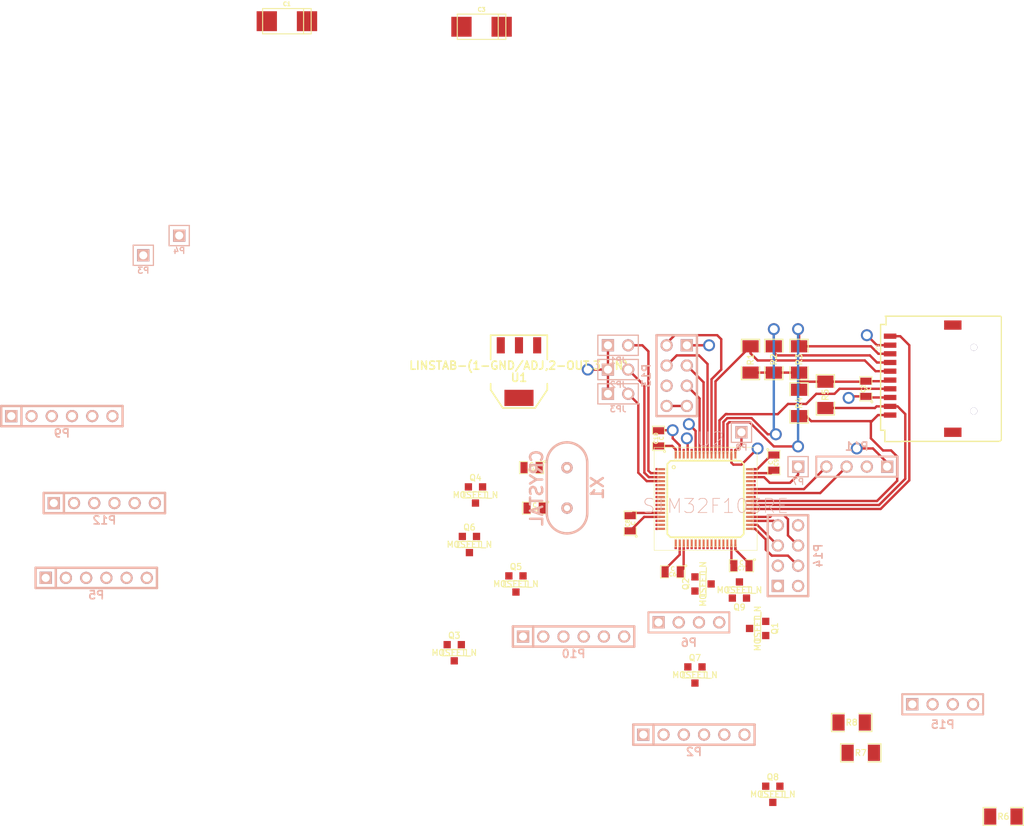
<source format=kicad_pcb>
(kicad_pcb (version 3) (host pcbnew "(2013-may-18)-stable")

  (general
    (links 140)
    (no_connects 93)
    (area -25.112401 19.9599 165.041001 130.751001)
    (thickness 1.6)
    (drawings 0)
    (tracks 196)
    (zones 0)
    (modules 48)
    (nets 61)
  )

  (page A4)
  (title_block 
    (title "Lazertag head sensor")
    (rev 1)
  )

  (layers
    (15 F.Cu signal)
    (0 B.Cu signal)
    (16 B.Adhes user)
    (17 F.Adhes user)
    (18 B.Paste user)
    (19 F.Paste user)
    (20 B.SilkS user)
    (21 F.SilkS user)
    (22 B.Mask user)
    (23 F.Mask user)
    (24 Dwgs.User user)
    (25 Cmts.User user)
    (26 Eco1.User user)
    (27 Eco2.User user)
    (28 Edge.Cuts user)
  )

  (setup
    (last_trace_width 0.3)
    (trace_clearance 0.195)
    (zone_clearance 0.508)
    (zone_45_only no)
    (trace_min 0.254)
    (segment_width 0.2)
    (edge_width 0.15)
    (via_size 1.5)
    (via_drill 1)
    (via_min_size 0.889)
    (via_min_drill 0.508)
    (uvia_size 0.508)
    (uvia_drill 0.127)
    (uvias_allowed no)
    (uvia_min_size 0.508)
    (uvia_min_drill 0.127)
    (pcb_text_width 0.3)
    (pcb_text_size 1 1)
    (mod_edge_width 0.15)
    (mod_text_size 1 1)
    (mod_text_width 0.15)
    (pad_size 1 1)
    (pad_drill 0.6)
    (pad_to_mask_clearance 0)
    (aux_axis_origin 0 0)
    (visible_elements FFFFFFBF)
    (pcbplotparams
      (layerselection 3178497)
      (usegerberextensions true)
      (excludeedgelayer true)
      (linewidth 0.150000)
      (plotframeref false)
      (viasonmask false)
      (mode 1)
      (useauxorigin false)
      (hpglpennumber 1)
      (hpglpenspeed 20)
      (hpglpendiameter 15)
      (hpglpenoverlay 2)
      (psnegative false)
      (psa4output false)
      (plotreference true)
      (plotvalue true)
      (plotothertext true)
      (plotinvisibletext false)
      (padsonsilk false)
      (subtractmaskfromsilk false)
      (outputformat 1)
      (mirror false)
      (drillshape 0)
      (scaleselection 1)
      (outputdirectory ""))
  )

  (net 0 "")
  (net 1 +3.3V)
  (net 2 +BATT)
  (net 3 AGND)
  (net 4 N-000001)
  (net 5 N-0000010)
  (net 6 N-0000011)
  (net 7 N-0000012)
  (net 8 N-0000013)
  (net 9 N-0000014)
  (net 10 N-0000015)
  (net 11 N-0000016)
  (net 12 N-0000017)
  (net 13 N-0000018)
  (net 14 N-0000019)
  (net 15 N-000002)
  (net 16 N-0000020)
  (net 17 N-0000021)
  (net 18 N-0000022)
  (net 19 N-0000023)
  (net 20 N-0000024)
  (net 21 N-0000025)
  (net 22 N-0000026)
  (net 23 N-0000027)
  (net 24 N-0000028)
  (net 25 N-0000029)
  (net 26 N-000003)
  (net 27 N-0000030)
  (net 28 N-0000031)
  (net 29 N-0000032)
  (net 30 N-0000033)
  (net 31 N-0000034)
  (net 32 N-0000035)
  (net 33 N-0000036)
  (net 34 N-0000037)
  (net 35 N-0000038)
  (net 36 N-0000039)
  (net 37 N-000004)
  (net 38 N-0000040)
  (net 39 N-0000041)
  (net 40 N-0000042)
  (net 41 N-0000043)
  (net 42 N-0000044)
  (net 43 N-0000045)
  (net 44 N-0000046)
  (net 45 N-0000047)
  (net 46 N-0000049)
  (net 47 N-000005)
  (net 48 N-0000051)
  (net 49 N-0000052)
  (net 50 N-0000054)
  (net 51 N-0000055)
  (net 52 N-0000057)
  (net 53 N-0000058)
  (net 54 N-0000059)
  (net 55 N-000006)
  (net 56 N-0000060)
  (net 57 N-0000061)
  (net 58 N-000007)
  (net 59 N-000008)
  (net 60 N-000009)

  (net_class Default "This is the default net class."
    (clearance 0.195)
    (trace_width 0.3)
    (via_dia 1.5)
    (via_drill 1)
    (uvia_dia 0.508)
    (uvia_drill 0.127)
    (add_net "")
    (add_net +3.3V)
    (add_net +BATT)
    (add_net AGND)
    (add_net N-000001)
    (add_net N-0000010)
    (add_net N-0000011)
    (add_net N-0000012)
    (add_net N-0000013)
    (add_net N-0000014)
    (add_net N-0000015)
    (add_net N-0000016)
    (add_net N-0000017)
    (add_net N-0000018)
    (add_net N-0000019)
    (add_net N-000002)
    (add_net N-0000020)
    (add_net N-0000021)
    (add_net N-0000022)
    (add_net N-0000023)
    (add_net N-0000024)
    (add_net N-0000025)
    (add_net N-0000026)
    (add_net N-0000027)
    (add_net N-0000028)
    (add_net N-0000029)
    (add_net N-000003)
    (add_net N-0000030)
    (add_net N-0000031)
    (add_net N-0000032)
    (add_net N-0000033)
    (add_net N-0000034)
    (add_net N-0000035)
    (add_net N-0000036)
    (add_net N-0000037)
    (add_net N-0000038)
    (add_net N-0000039)
    (add_net N-000004)
    (add_net N-0000040)
    (add_net N-0000041)
    (add_net N-0000042)
    (add_net N-0000043)
    (add_net N-0000044)
    (add_net N-0000045)
    (add_net N-0000046)
    (add_net N-0000047)
    (add_net N-0000049)
    (add_net N-000005)
    (add_net N-0000051)
    (add_net N-0000052)
    (add_net N-0000054)
    (add_net N-0000055)
    (add_net N-0000057)
    (add_net N-0000058)
    (add_net N-0000059)
    (add_net N-000006)
    (add_net N-0000060)
    (add_net N-0000061)
    (add_net N-000007)
    (add_net N-000008)
    (add_net N-000009)
  )

  (module SOT23GDS (layer F.Cu) (tedit 50911E03) (tstamp 54B6CE04)
    (at 132.969 126.492)
    (descr "Module CMS SOT23 Transistore EBC")
    (tags "CMS SOT")
    (path /54B43459)
    (attr smd)
    (fp_text reference Q8 (at 0 -2.159) (layer F.SilkS)
      (effects (font (size 0.762 0.762) (thickness 0.12954)))
    )
    (fp_text value MOSFET_N (at 0 0) (layer F.SilkS)
      (effects (font (size 0.762 0.762) (thickness 0.12954)))
    )
    (fp_line (start -1.524 -0.381) (end 1.524 -0.381) (layer F.SilkS) (width 0.11938))
    (fp_line (start 1.524 -0.381) (end 1.524 0.381) (layer F.SilkS) (width 0.11938))
    (fp_line (start 1.524 0.381) (end -1.524 0.381) (layer F.SilkS) (width 0.11938))
    (fp_line (start -1.524 0.381) (end -1.524 -0.381) (layer F.SilkS) (width 0.11938))
    (pad S smd rect (at -0.889 -1.016) (size 0.9144 0.9144)
      (layers F.Cu F.Paste F.Mask)
      (net 3 AGND)
    )
    (pad G smd rect (at 0.889 -1.016) (size 0.9144 0.9144)
      (layers F.Cu F.Paste F.Mask)
      (net 42 N-0000044)
    )
    (pad D smd rect (at 0 1.016) (size 0.9144 0.9144)
      (layers F.Cu F.Paste F.Mask)
      (net 37 N-000004)
    )
    (model smd/cms_sot23.wrl
      (at (xyz 0 0 0))
      (scale (xyz 0.13 0.15 0.15))
      (rotate (xyz 0 0 0))
    )
  )

  (module SOT23GDS (layer F.Cu) (tedit 50911E03) (tstamp 54B6CE0F)
    (at 131.064 105.664 270)
    (descr "Module CMS SOT23 Transistore EBC")
    (tags "CMS SOT")
    (path /54B57158)
    (attr smd)
    (fp_text reference Q1 (at 0 -2.159 270) (layer F.SilkS)
      (effects (font (size 0.762 0.762) (thickness 0.12954)))
    )
    (fp_text value MOSFET_N (at 0 0 270) (layer F.SilkS)
      (effects (font (size 0.762 0.762) (thickness 0.12954)))
    )
    (fp_line (start -1.524 -0.381) (end 1.524 -0.381) (layer F.SilkS) (width 0.11938))
    (fp_line (start 1.524 -0.381) (end 1.524 0.381) (layer F.SilkS) (width 0.11938))
    (fp_line (start 1.524 0.381) (end -1.524 0.381) (layer F.SilkS) (width 0.11938))
    (fp_line (start -1.524 0.381) (end -1.524 -0.381) (layer F.SilkS) (width 0.11938))
    (pad S smd rect (at -0.889 -1.016 270) (size 0.9144 0.9144)
      (layers F.Cu F.Paste F.Mask)
      (net 3 AGND)
    )
    (pad G smd rect (at 0.889 -1.016 270) (size 0.9144 0.9144)
      (layers F.Cu F.Paste F.Mask)
      (net 60 N-000009)
    )
    (pad D smd rect (at 0 1.016 270) (size 0.9144 0.9144)
      (layers F.Cu F.Paste F.Mask)
      (net 9 N-0000014)
    )
    (model smd/cms_sot23.wrl
      (at (xyz 0 0 0))
      (scale (xyz 0.13 0.15 0.15))
      (rotate (xyz 0 0 0))
    )
  )

  (module SOT23GDS (layer F.Cu) (tedit 50911E03) (tstamp 54B6CE1A)
    (at 94.869 95.123)
    (descr "Module CMS SOT23 Transistore EBC")
    (tags "CMS SOT")
    (path /54B57149)
    (attr smd)
    (fp_text reference Q6 (at 0 -2.159) (layer F.SilkS)
      (effects (font (size 0.762 0.762) (thickness 0.12954)))
    )
    (fp_text value MOSFET_N (at 0 0) (layer F.SilkS)
      (effects (font (size 0.762 0.762) (thickness 0.12954)))
    )
    (fp_line (start -1.524 -0.381) (end 1.524 -0.381) (layer F.SilkS) (width 0.11938))
    (fp_line (start 1.524 -0.381) (end 1.524 0.381) (layer F.SilkS) (width 0.11938))
    (fp_line (start 1.524 0.381) (end -1.524 0.381) (layer F.SilkS) (width 0.11938))
    (fp_line (start -1.524 0.381) (end -1.524 -0.381) (layer F.SilkS) (width 0.11938))
    (pad S smd rect (at -0.889 -1.016) (size 0.9144 0.9144)
      (layers F.Cu F.Paste F.Mask)
      (net 3 AGND)
    )
    (pad G smd rect (at 0.889 -1.016) (size 0.9144 0.9144)
      (layers F.Cu F.Paste F.Mask)
      (net 49 N-0000052)
    )
    (pad D smd rect (at 0 1.016) (size 0.9144 0.9144)
      (layers F.Cu F.Paste F.Mask)
      (net 13 N-0000018)
    )
    (model smd/cms_sot23.wrl
      (at (xyz 0 0 0))
      (scale (xyz 0.13 0.15 0.15))
      (rotate (xyz 0 0 0))
    )
  )

  (module SOT23GDS (layer F.Cu) (tedit 50911E03) (tstamp 54B6CE25)
    (at 100.711 100.076)
    (descr "Module CMS SOT23 Transistore EBC")
    (tags "CMS SOT")
    (path /54B5713A)
    (attr smd)
    (fp_text reference Q5 (at 0 -2.159) (layer F.SilkS)
      (effects (font (size 0.762 0.762) (thickness 0.12954)))
    )
    (fp_text value MOSFET_N (at 0 0) (layer F.SilkS)
      (effects (font (size 0.762 0.762) (thickness 0.12954)))
    )
    (fp_line (start -1.524 -0.381) (end 1.524 -0.381) (layer F.SilkS) (width 0.11938))
    (fp_line (start 1.524 -0.381) (end 1.524 0.381) (layer F.SilkS) (width 0.11938))
    (fp_line (start 1.524 0.381) (end -1.524 0.381) (layer F.SilkS) (width 0.11938))
    (fp_line (start -1.524 0.381) (end -1.524 -0.381) (layer F.SilkS) (width 0.11938))
    (pad S smd rect (at -0.889 -1.016) (size 0.9144 0.9144)
      (layers F.Cu F.Paste F.Mask)
      (net 3 AGND)
    )
    (pad G smd rect (at 0.889 -1.016) (size 0.9144 0.9144)
      (layers F.Cu F.Paste F.Mask)
      (net 48 N-0000051)
    )
    (pad D smd rect (at 0 1.016) (size 0.9144 0.9144)
      (layers F.Cu F.Paste F.Mask)
      (net 12 N-0000017)
    )
    (model smd/cms_sot23.wrl
      (at (xyz 0 0 0))
      (scale (xyz 0.13 0.15 0.15))
      (rotate (xyz 0 0 0))
    )
  )

  (module SOT23GDS (layer F.Cu) (tedit 50911E03) (tstamp 54B6CE30)
    (at 95.631 88.9)
    (descr "Module CMS SOT23 Transistore EBC")
    (tags "CMS SOT")
    (path /54B5712B)
    (attr smd)
    (fp_text reference Q4 (at 0 -2.159) (layer F.SilkS)
      (effects (font (size 0.762 0.762) (thickness 0.12954)))
    )
    (fp_text value MOSFET_N (at 0 0) (layer F.SilkS)
      (effects (font (size 0.762 0.762) (thickness 0.12954)))
    )
    (fp_line (start -1.524 -0.381) (end 1.524 -0.381) (layer F.SilkS) (width 0.11938))
    (fp_line (start 1.524 -0.381) (end 1.524 0.381) (layer F.SilkS) (width 0.11938))
    (fp_line (start 1.524 0.381) (end -1.524 0.381) (layer F.SilkS) (width 0.11938))
    (fp_line (start -1.524 0.381) (end -1.524 -0.381) (layer F.SilkS) (width 0.11938))
    (pad S smd rect (at -0.889 -1.016) (size 0.9144 0.9144)
      (layers F.Cu F.Paste F.Mask)
      (net 3 AGND)
    )
    (pad G smd rect (at 0.889 -1.016) (size 0.9144 0.9144)
      (layers F.Cu F.Paste F.Mask)
      (net 7 N-0000012)
    )
    (pad D smd rect (at 0 1.016) (size 0.9144 0.9144)
      (layers F.Cu F.Paste F.Mask)
      (net 11 N-0000016)
    )
    (model smd/cms_sot23.wrl
      (at (xyz 0 0 0))
      (scale (xyz 0.13 0.15 0.15))
      (rotate (xyz 0 0 0))
    )
  )

  (module SOT23GDS (layer F.Cu) (tedit 50911E03) (tstamp 54B6CE3B)
    (at 92.964 108.712)
    (descr "Module CMS SOT23 Transistore EBC")
    (tags "CMS SOT")
    (path /54B5711C)
    (attr smd)
    (fp_text reference Q3 (at 0 -2.159) (layer F.SilkS)
      (effects (font (size 0.762 0.762) (thickness 0.12954)))
    )
    (fp_text value MOSFET_N (at 0 0) (layer F.SilkS)
      (effects (font (size 0.762 0.762) (thickness 0.12954)))
    )
    (fp_line (start -1.524 -0.381) (end 1.524 -0.381) (layer F.SilkS) (width 0.11938))
    (fp_line (start 1.524 -0.381) (end 1.524 0.381) (layer F.SilkS) (width 0.11938))
    (fp_line (start 1.524 0.381) (end -1.524 0.381) (layer F.SilkS) (width 0.11938))
    (fp_line (start -1.524 0.381) (end -1.524 -0.381) (layer F.SilkS) (width 0.11938))
    (pad S smd rect (at -0.889 -1.016) (size 0.9144 0.9144)
      (layers F.Cu F.Paste F.Mask)
      (net 3 AGND)
    )
    (pad G smd rect (at 0.889 -1.016) (size 0.9144 0.9144)
      (layers F.Cu F.Paste F.Mask)
      (net 6 N-0000011)
    )
    (pad D smd rect (at 0 1.016) (size 0.9144 0.9144)
      (layers F.Cu F.Paste F.Mask)
      (net 8 N-0000013)
    )
    (model smd/cms_sot23.wrl
      (at (xyz 0 0 0))
      (scale (xyz 0.13 0.15 0.15))
      (rotate (xyz 0 0 0))
    )
  )

  (module SOT23GDS (layer F.Cu) (tedit 50911E03) (tstamp 54B6CE46)
    (at 124.206 100.076 90)
    (descr "Module CMS SOT23 Transistore EBC")
    (tags "CMS SOT")
    (path /54B5710D)
    (attr smd)
    (fp_text reference Q2 (at 0 -2.159 90) (layer F.SilkS)
      (effects (font (size 0.762 0.762) (thickness 0.12954)))
    )
    (fp_text value MOSFET_N (at 0 0 90) (layer F.SilkS)
      (effects (font (size 0.762 0.762) (thickness 0.12954)))
    )
    (fp_line (start -1.524 -0.381) (end 1.524 -0.381) (layer F.SilkS) (width 0.11938))
    (fp_line (start 1.524 -0.381) (end 1.524 0.381) (layer F.SilkS) (width 0.11938))
    (fp_line (start 1.524 0.381) (end -1.524 0.381) (layer F.SilkS) (width 0.11938))
    (fp_line (start -1.524 0.381) (end -1.524 -0.381) (layer F.SilkS) (width 0.11938))
    (pad S smd rect (at -0.889 -1.016 90) (size 0.9144 0.9144)
      (layers F.Cu F.Paste F.Mask)
      (net 3 AGND)
    )
    (pad G smd rect (at 0.889 -1.016 90) (size 0.9144 0.9144)
      (layers F.Cu F.Paste F.Mask)
      (net 5 N-0000010)
    )
    (pad D smd rect (at 0 1.016 90) (size 0.9144 0.9144)
      (layers F.Cu F.Paste F.Mask)
      (net 10 N-0000015)
    )
    (model smd/cms_sot23.wrl
      (at (xyz 0 0 0))
      (scale (xyz 0.13 0.15 0.15))
      (rotate (xyz 0 0 0))
    )
  )

  (module SOT23GDS (layer F.Cu) (tedit 50911E03) (tstamp 54B6CE51)
    (at 123.19 111.506)
    (descr "Module CMS SOT23 Transistore EBC")
    (tags "CMS SOT")
    (path /54B4344A)
    (attr smd)
    (fp_text reference Q7 (at 0 -2.159) (layer F.SilkS)
      (effects (font (size 0.762 0.762) (thickness 0.12954)))
    )
    (fp_text value MOSFET_N (at 0 0) (layer F.SilkS)
      (effects (font (size 0.762 0.762) (thickness 0.12954)))
    )
    (fp_line (start -1.524 -0.381) (end 1.524 -0.381) (layer F.SilkS) (width 0.11938))
    (fp_line (start 1.524 -0.381) (end 1.524 0.381) (layer F.SilkS) (width 0.11938))
    (fp_line (start 1.524 0.381) (end -1.524 0.381) (layer F.SilkS) (width 0.11938))
    (fp_line (start -1.524 0.381) (end -1.524 -0.381) (layer F.SilkS) (width 0.11938))
    (pad S smd rect (at -0.889 -1.016) (size 0.9144 0.9144)
      (layers F.Cu F.Paste F.Mask)
      (net 3 AGND)
    )
    (pad G smd rect (at 0.889 -1.016) (size 0.9144 0.9144)
      (layers F.Cu F.Paste F.Mask)
      (net 41 N-0000043)
    )
    (pad D smd rect (at 0 1.016) (size 0.9144 0.9144)
      (layers F.Cu F.Paste F.Mask)
      (net 47 N-000005)
    )
    (model smd/cms_sot23.wrl
      (at (xyz 0 0 0))
      (scale (xyz 0.13 0.15 0.15))
      (rotate (xyz 0 0 0))
    )
  )

  (module SOT23GDS (layer F.Cu) (tedit 50911E03) (tstamp 54B6CE5C)
    (at 128.778 100.838 180)
    (descr "Module CMS SOT23 Transistore EBC")
    (tags "CMS SOT")
    (path /54B43468)
    (attr smd)
    (fp_text reference Q9 (at 0 -2.159 180) (layer F.SilkS)
      (effects (font (size 0.762 0.762) (thickness 0.12954)))
    )
    (fp_text value MOSFET_N (at 0 0 180) (layer F.SilkS)
      (effects (font (size 0.762 0.762) (thickness 0.12954)))
    )
    (fp_line (start -1.524 -0.381) (end 1.524 -0.381) (layer F.SilkS) (width 0.11938))
    (fp_line (start 1.524 -0.381) (end 1.524 0.381) (layer F.SilkS) (width 0.11938))
    (fp_line (start 1.524 0.381) (end -1.524 0.381) (layer F.SilkS) (width 0.11938))
    (fp_line (start -1.524 0.381) (end -1.524 -0.381) (layer F.SilkS) (width 0.11938))
    (pad S smd rect (at -0.889 -1.016 180) (size 0.9144 0.9144)
      (layers F.Cu F.Paste F.Mask)
      (net 3 AGND)
    )
    (pad G smd rect (at 0.889 -1.016 180) (size 0.9144 0.9144)
      (layers F.Cu F.Paste F.Mask)
      (net 28 N-0000031)
    )
    (pad D smd rect (at 0 1.016 180) (size 0.9144 0.9144)
      (layers F.Cu F.Paste F.Mask)
      (net 15 N-000002)
    )
    (model smd/cms_sot23.wrl
      (at (xyz 0 0 0))
      (scale (xyz 0.13 0.15 0.15))
      (rotate (xyz 0 0 0))
    )
  )

  (module SOT223 (layer F.Cu) (tedit 200000) (tstamp 54B6CE6C)
    (at 101.092 73.406 180)
    (descr "module CMS SOT223 4 pins")
    (tags "CMS SOT")
    (path /54B3ED46)
    (attr smd)
    (fp_text reference U1 (at 0 -0.762 180) (layer F.SilkS)
      (effects (font (size 1.016 1.016) (thickness 0.2032)))
    )
    (fp_text value "LINSTAB-(1-GND/ADJ,2-OUT,3-IN)" (at 0 0.762 180) (layer F.SilkS)
      (effects (font (size 1.016 1.016) (thickness 0.2032)))
    )
    (fp_line (start -3.556 1.524) (end -3.556 4.572) (layer F.SilkS) (width 0.2032))
    (fp_line (start -3.556 4.572) (end 3.556 4.572) (layer F.SilkS) (width 0.2032))
    (fp_line (start 3.556 4.572) (end 3.556 1.524) (layer F.SilkS) (width 0.2032))
    (fp_line (start -3.556 -1.524) (end -3.556 -2.286) (layer F.SilkS) (width 0.2032))
    (fp_line (start -3.556 -2.286) (end -2.032 -4.572) (layer F.SilkS) (width 0.2032))
    (fp_line (start -2.032 -4.572) (end 2.032 -4.572) (layer F.SilkS) (width 0.2032))
    (fp_line (start 2.032 -4.572) (end 3.556 -2.286) (layer F.SilkS) (width 0.2032))
    (fp_line (start 3.556 -2.286) (end 3.556 -1.524) (layer F.SilkS) (width 0.2032))
    (pad 4 smd rect (at 0 -3.302 180) (size 3.6576 2.032)
      (layers F.Cu F.Paste F.Mask)
    )
    (pad 2 smd rect (at 0 3.302 180) (size 1.016 2.032)
      (layers F.Cu F.Paste F.Mask)
      (net 1 +3.3V)
    )
    (pad 3 smd rect (at 2.286 3.302 180) (size 1.016 2.032)
      (layers F.Cu F.Paste F.Mask)
      (net 2 +BATT)
    )
    (pad 1 smd rect (at -2.286 3.302 180) (size 1.016 2.032)
      (layers F.Cu F.Paste F.Mask)
      (net 3 AGND)
    )
    (model smd/SOT223.wrl
      (at (xyz 0 0 0))
      (scale (xyz 0.4 0.4 0.4))
      (rotate (xyz 0 0 0))
    )
  )

  (module SM1206 (layer F.Cu) (tedit 42806E24) (tstamp 54B6CE78)
    (at 144.018 121.285)
    (path /54B56B71)
    (attr smd)
    (fp_text reference R7 (at 0 0) (layer F.SilkS)
      (effects (font (size 0.762 0.762) (thickness 0.127)))
    )
    (fp_text value R (at 0 0) (layer F.SilkS) hide
      (effects (font (size 0.762 0.762) (thickness 0.127)))
    )
    (fp_line (start -2.54 -1.143) (end -2.54 1.143) (layer F.SilkS) (width 0.127))
    (fp_line (start -2.54 1.143) (end -0.889 1.143) (layer F.SilkS) (width 0.127))
    (fp_line (start 0.889 -1.143) (end 2.54 -1.143) (layer F.SilkS) (width 0.127))
    (fp_line (start 2.54 -1.143) (end 2.54 1.143) (layer F.SilkS) (width 0.127))
    (fp_line (start 2.54 1.143) (end 0.889 1.143) (layer F.SilkS) (width 0.127))
    (fp_line (start -0.889 -1.143) (end -2.54 -1.143) (layer F.SilkS) (width 0.127))
    (pad 1 smd rect (at -1.651 0) (size 1.524 2.032)
      (layers F.Cu F.Paste F.Mask)
      (net 37 N-000004)
    )
    (pad 2 smd rect (at 1.651 0) (size 1.524 2.032)
      (layers F.Cu F.Paste F.Mask)
      (net 4 N-000001)
    )
    (model smd/chip_cms.wrl
      (at (xyz 0 0 0))
      (scale (xyz 0.17 0.16 0.16))
      (rotate (xyz 0 0 0))
    )
  )

  (module SM1206 (layer F.Cu) (tedit 42806E24) (tstamp 54B6CE84)
    (at 133.096 71.882 270)
    (path /54B564A5)
    (attr smd)
    (fp_text reference R2 (at 0 0 270) (layer F.SilkS)
      (effects (font (size 0.762 0.762) (thickness 0.127)))
    )
    (fp_text value R (at 0 0 270) (layer F.SilkS) hide
      (effects (font (size 0.762 0.762) (thickness 0.127)))
    )
    (fp_line (start -2.54 -1.143) (end -2.54 1.143) (layer F.SilkS) (width 0.127))
    (fp_line (start -2.54 1.143) (end -0.889 1.143) (layer F.SilkS) (width 0.127))
    (fp_line (start 0.889 -1.143) (end 2.54 -1.143) (layer F.SilkS) (width 0.127))
    (fp_line (start 2.54 -1.143) (end 2.54 1.143) (layer F.SilkS) (width 0.127))
    (fp_line (start 2.54 1.143) (end 0.889 1.143) (layer F.SilkS) (width 0.127))
    (fp_line (start -0.889 -1.143) (end -2.54 -1.143) (layer F.SilkS) (width 0.127))
    (pad 1 smd rect (at -1.651 0 270) (size 1.524 2.032)
      (layers F.Cu F.Paste F.Mask)
      (net 30 N-0000033)
    )
    (pad 2 smd rect (at 1.651 0 270) (size 1.524 2.032)
      (layers F.Cu F.Paste F.Mask)
      (net 1 +3.3V)
    )
    (model smd/chip_cms.wrl
      (at (xyz 0 0 0))
      (scale (xyz 0.17 0.16 0.16))
      (rotate (xyz 0 0 0))
    )
  )

  (module SM1206 (layer F.Cu) (tedit 42806E24) (tstamp 54B6CE90)
    (at 136.271 71.882 270)
    (path /54B564B4)
    (attr smd)
    (fp_text reference R3 (at 0 0 270) (layer F.SilkS)
      (effects (font (size 0.762 0.762) (thickness 0.127)))
    )
    (fp_text value R (at 0 0 270) (layer F.SilkS) hide
      (effects (font (size 0.762 0.762) (thickness 0.127)))
    )
    (fp_line (start -2.54 -1.143) (end -2.54 1.143) (layer F.SilkS) (width 0.127))
    (fp_line (start -2.54 1.143) (end -0.889 1.143) (layer F.SilkS) (width 0.127))
    (fp_line (start 0.889 -1.143) (end 2.54 -1.143) (layer F.SilkS) (width 0.127))
    (fp_line (start 2.54 -1.143) (end 2.54 1.143) (layer F.SilkS) (width 0.127))
    (fp_line (start 2.54 1.143) (end 0.889 1.143) (layer F.SilkS) (width 0.127))
    (fp_line (start -0.889 -1.143) (end -2.54 -1.143) (layer F.SilkS) (width 0.127))
    (pad 1 smd rect (at -1.651 0 270) (size 1.524 2.032)
      (layers F.Cu F.Paste F.Mask)
      (net 31 N-0000034)
    )
    (pad 2 smd rect (at 1.651 0 270) (size 1.524 2.032)
      (layers F.Cu F.Paste F.Mask)
      (net 1 +3.3V)
    )
    (model smd/chip_cms.wrl
      (at (xyz 0 0 0))
      (scale (xyz 0.17 0.16 0.16))
      (rotate (xyz 0 0 0))
    )
  )

  (module SM1206 (layer F.Cu) (tedit 42806E24) (tstamp 54B6CE9C)
    (at 136.271 77.343 90)
    (path /54B564C3)
    (attr smd)
    (fp_text reference R4 (at 0 0 90) (layer F.SilkS)
      (effects (font (size 0.762 0.762) (thickness 0.127)))
    )
    (fp_text value R (at 0 0 90) (layer F.SilkS) hide
      (effects (font (size 0.762 0.762) (thickness 0.127)))
    )
    (fp_line (start -2.54 -1.143) (end -2.54 1.143) (layer F.SilkS) (width 0.127))
    (fp_line (start -2.54 1.143) (end -0.889 1.143) (layer F.SilkS) (width 0.127))
    (fp_line (start 0.889 -1.143) (end 2.54 -1.143) (layer F.SilkS) (width 0.127))
    (fp_line (start 2.54 -1.143) (end 2.54 1.143) (layer F.SilkS) (width 0.127))
    (fp_line (start 2.54 1.143) (end 0.889 1.143) (layer F.SilkS) (width 0.127))
    (fp_line (start -0.889 -1.143) (end -2.54 -1.143) (layer F.SilkS) (width 0.127))
    (pad 1 smd rect (at -1.651 0 90) (size 1.524 2.032)
      (layers F.Cu F.Paste F.Mask)
      (net 59 N-000008)
    )
    (pad 2 smd rect (at 1.651 0 90) (size 1.524 2.032)
      (layers F.Cu F.Paste F.Mask)
      (net 1 +3.3V)
    )
    (model smd/chip_cms.wrl
      (at (xyz 0 0 0))
      (scale (xyz 0.17 0.16 0.16))
      (rotate (xyz 0 0 0))
    )
  )

  (module SM1206 (layer F.Cu) (tedit 42806E24) (tstamp 54B6CEA8)
    (at 139.573 76.327 90)
    (path /54B564D2)
    (attr smd)
    (fp_text reference R5 (at 0 0 90) (layer F.SilkS)
      (effects (font (size 0.762 0.762) (thickness 0.127)))
    )
    (fp_text value R (at 0 0 90) (layer F.SilkS) hide
      (effects (font (size 0.762 0.762) (thickness 0.127)))
    )
    (fp_line (start -2.54 -1.143) (end -2.54 1.143) (layer F.SilkS) (width 0.127))
    (fp_line (start -2.54 1.143) (end -0.889 1.143) (layer F.SilkS) (width 0.127))
    (fp_line (start 0.889 -1.143) (end 2.54 -1.143) (layer F.SilkS) (width 0.127))
    (fp_line (start 2.54 -1.143) (end 2.54 1.143) (layer F.SilkS) (width 0.127))
    (fp_line (start 2.54 1.143) (end 0.889 1.143) (layer F.SilkS) (width 0.127))
    (fp_line (start -0.889 -1.143) (end -2.54 -1.143) (layer F.SilkS) (width 0.127))
    (pad 1 smd rect (at -1.651 0 90) (size 1.524 2.032)
      (layers F.Cu F.Paste F.Mask)
      (net 58 N-000007)
    )
    (pad 2 smd rect (at 1.651 0 90) (size 1.524 2.032)
      (layers F.Cu F.Paste F.Mask)
      (net 1 +3.3V)
    )
    (model smd/chip_cms.wrl
      (at (xyz 0 0 0))
      (scale (xyz 0.17 0.16 0.16))
      (rotate (xyz 0 0 0))
    )
  )

  (module SM1206 (layer F.Cu) (tedit 42806E24) (tstamp 54B6CEB4)
    (at 130.175 71.882 90)
    (path /54B569F7)
    (attr smd)
    (fp_text reference R1 (at 0 0 90) (layer F.SilkS)
      (effects (font (size 0.762 0.762) (thickness 0.127)))
    )
    (fp_text value R (at 0 0 90) (layer F.SilkS) hide
      (effects (font (size 0.762 0.762) (thickness 0.127)))
    )
    (fp_line (start -2.54 -1.143) (end -2.54 1.143) (layer F.SilkS) (width 0.127))
    (fp_line (start -2.54 1.143) (end -0.889 1.143) (layer F.SilkS) (width 0.127))
    (fp_line (start 0.889 -1.143) (end 2.54 -1.143) (layer F.SilkS) (width 0.127))
    (fp_line (start 2.54 -1.143) (end 2.54 1.143) (layer F.SilkS) (width 0.127))
    (fp_line (start 2.54 1.143) (end 0.889 1.143) (layer F.SilkS) (width 0.127))
    (fp_line (start -0.889 -1.143) (end -2.54 -1.143) (layer F.SilkS) (width 0.127))
    (pad 1 smd rect (at -1.651 0 90) (size 1.524 2.032)
      (layers F.Cu F.Paste F.Mask)
      (net 1 +3.3V)
    )
    (pad 2 smd rect (at 1.651 0 90) (size 1.524 2.032)
      (layers F.Cu F.Paste F.Mask)
      (net 32 N-0000035)
    )
    (model smd/chip_cms.wrl
      (at (xyz 0 0 0))
      (scale (xyz 0.17 0.16 0.16))
      (rotate (xyz 0 0 0))
    )
  )

  (module SM1206 (layer F.Cu) (tedit 42806E24) (tstamp 54B6CEC0)
    (at 161.925 129.286)
    (path /54B56B62)
    (attr smd)
    (fp_text reference R6 (at 0 0) (layer F.SilkS)
      (effects (font (size 0.762 0.762) (thickness 0.127)))
    )
    (fp_text value R (at 0 0) (layer F.SilkS) hide
      (effects (font (size 0.762 0.762) (thickness 0.127)))
    )
    (fp_line (start -2.54 -1.143) (end -2.54 1.143) (layer F.SilkS) (width 0.127))
    (fp_line (start -2.54 1.143) (end -0.889 1.143) (layer F.SilkS) (width 0.127))
    (fp_line (start 0.889 -1.143) (end 2.54 -1.143) (layer F.SilkS) (width 0.127))
    (fp_line (start 2.54 -1.143) (end 2.54 1.143) (layer F.SilkS) (width 0.127))
    (fp_line (start 2.54 1.143) (end 0.889 1.143) (layer F.SilkS) (width 0.127))
    (fp_line (start -0.889 -1.143) (end -2.54 -1.143) (layer F.SilkS) (width 0.127))
    (pad 1 smd rect (at -1.651 0) (size 1.524 2.032)
      (layers F.Cu F.Paste F.Mask)
      (net 47 N-000005)
    )
    (pad 2 smd rect (at 1.651 0) (size 1.524 2.032)
      (layers F.Cu F.Paste F.Mask)
      (net 55 N-000006)
    )
    (model smd/chip_cms.wrl
      (at (xyz 0 0 0))
      (scale (xyz 0.17 0.16 0.16))
      (rotate (xyz 0 0 0))
    )
  )

  (module SM1206 (layer F.Cu) (tedit 42806E24) (tstamp 54B6CECC)
    (at 142.875 117.475 180)
    (path /54B56B8A)
    (attr smd)
    (fp_text reference R8 (at 0 0 180) (layer F.SilkS)
      (effects (font (size 0.762 0.762) (thickness 0.127)))
    )
    (fp_text value R (at 0 0 180) (layer F.SilkS) hide
      (effects (font (size 0.762 0.762) (thickness 0.127)))
    )
    (fp_line (start -2.54 -1.143) (end -2.54 1.143) (layer F.SilkS) (width 0.127))
    (fp_line (start -2.54 1.143) (end -0.889 1.143) (layer F.SilkS) (width 0.127))
    (fp_line (start 0.889 -1.143) (end 2.54 -1.143) (layer F.SilkS) (width 0.127))
    (fp_line (start 2.54 -1.143) (end 2.54 1.143) (layer F.SilkS) (width 0.127))
    (fp_line (start 2.54 1.143) (end 0.889 1.143) (layer F.SilkS) (width 0.127))
    (fp_line (start -0.889 -1.143) (end -2.54 -1.143) (layer F.SilkS) (width 0.127))
    (pad 1 smd rect (at -1.651 0 180) (size 1.524 2.032)
      (layers F.Cu F.Paste F.Mask)
      (net 15 N-000002)
    )
    (pad 2 smd rect (at 1.651 0 180) (size 1.524 2.032)
      (layers F.Cu F.Paste F.Mask)
      (net 26 N-000003)
    )
    (model smd/chip_cms.wrl
      (at (xyz 0 0 0))
      (scale (xyz 0.17 0.16 0.16))
      (rotate (xyz 0 0 0))
    )
  )

  (module SM0805 (layer F.Cu) (tedit 5091495C) (tstamp 54B6CED9)
    (at 129.032 97.79 180)
    (path /54B3B308)
    (attr smd)
    (fp_text reference C7 (at 0 -0.3175 180) (layer F.SilkS)
      (effects (font (size 0.50038 0.50038) (thickness 0.10922)))
    )
    (fp_text value C (at 0 0.381 180) (layer F.SilkS)
      (effects (font (size 0.50038 0.50038) (thickness 0.10922)))
    )
    (fp_circle (center -1.651 0.762) (end -1.651 0.635) (layer F.SilkS) (width 0.09906))
    (fp_line (start -0.508 0.762) (end -1.524 0.762) (layer F.SilkS) (width 0.09906))
    (fp_line (start -1.524 0.762) (end -1.524 -0.762) (layer F.SilkS) (width 0.09906))
    (fp_line (start -1.524 -0.762) (end -0.508 -0.762) (layer F.SilkS) (width 0.09906))
    (fp_line (start 0.508 -0.762) (end 1.524 -0.762) (layer F.SilkS) (width 0.09906))
    (fp_line (start 1.524 -0.762) (end 1.524 0.762) (layer F.SilkS) (width 0.09906))
    (fp_line (start 1.524 0.762) (end 0.508 0.762) (layer F.SilkS) (width 0.09906))
    (pad 1 smd rect (at -0.9525 0 180) (size 0.889 1.397)
      (layers F.Cu F.Paste F.Mask)
      (net 1 +3.3V)
    )
    (pad 2 smd rect (at 0.9525 0 180) (size 0.889 1.397)
      (layers F.Cu F.Paste F.Mask)
      (net 3 AGND)
    )
    (model smd/chip_cms.wrl
      (at (xyz 0 0 0))
      (scale (xyz 0.1 0.1 0.1))
      (rotate (xyz 0 0 0))
    )
  )

  (module SM0805 (layer F.Cu) (tedit 5091495C) (tstamp 54B79E63)
    (at 144.653 75.565 90)
    (path /54B58B57)
    (attr smd)
    (fp_text reference C2 (at 0 -0.3175 90) (layer F.SilkS)
      (effects (font (size 0.50038 0.50038) (thickness 0.10922)))
    )
    (fp_text value C (at 0 0.381 90) (layer F.SilkS)
      (effects (font (size 0.50038 0.50038) (thickness 0.10922)))
    )
    (fp_circle (center -1.651 0.762) (end -1.651 0.635) (layer F.SilkS) (width 0.09906))
    (fp_line (start -0.508 0.762) (end -1.524 0.762) (layer F.SilkS) (width 0.09906))
    (fp_line (start -1.524 0.762) (end -1.524 -0.762) (layer F.SilkS) (width 0.09906))
    (fp_line (start -1.524 -0.762) (end -0.508 -0.762) (layer F.SilkS) (width 0.09906))
    (fp_line (start 0.508 -0.762) (end 1.524 -0.762) (layer F.SilkS) (width 0.09906))
    (fp_line (start 1.524 -0.762) (end 1.524 0.762) (layer F.SilkS) (width 0.09906))
    (fp_line (start 1.524 0.762) (end 0.508 0.762) (layer F.SilkS) (width 0.09906))
    (pad 1 smd rect (at -0.9525 0 90) (size 0.889 1.397)
      (layers F.Cu F.Paste F.Mask)
      (net 3 AGND)
    )
    (pad 2 smd rect (at 0.9525 0 90) (size 0.889 1.397)
      (layers F.Cu F.Paste F.Mask)
      (net 1 +3.3V)
    )
    (model smd/chip_cms.wrl
      (at (xyz 0 0 0))
      (scale (xyz 0.1 0.1 0.1))
      (rotate (xyz 0 0 0))
    )
  )

  (module SM0805 (layer F.Cu) (tedit 5091495C) (tstamp 54B6CEF3)
    (at 103.0605 90.551 180)
    (path /54B3EBD3)
    (attr smd)
    (fp_text reference C5 (at 0 -0.3175 180) (layer F.SilkS)
      (effects (font (size 0.50038 0.50038) (thickness 0.10922)))
    )
    (fp_text value C (at 0 0.381 180) (layer F.SilkS)
      (effects (font (size 0.50038 0.50038) (thickness 0.10922)))
    )
    (fp_circle (center -1.651 0.762) (end -1.651 0.635) (layer F.SilkS) (width 0.09906))
    (fp_line (start -0.508 0.762) (end -1.524 0.762) (layer F.SilkS) (width 0.09906))
    (fp_line (start -1.524 0.762) (end -1.524 -0.762) (layer F.SilkS) (width 0.09906))
    (fp_line (start -1.524 -0.762) (end -0.508 -0.762) (layer F.SilkS) (width 0.09906))
    (fp_line (start 0.508 -0.762) (end 1.524 -0.762) (layer F.SilkS) (width 0.09906))
    (fp_line (start 1.524 -0.762) (end 1.524 0.762) (layer F.SilkS) (width 0.09906))
    (fp_line (start 1.524 0.762) (end 0.508 0.762) (layer F.SilkS) (width 0.09906))
    (pad 1 smd rect (at -0.9525 0 180) (size 0.889 1.397)
      (layers F.Cu F.Paste F.Mask)
      (net 51 N-0000055)
    )
    (pad 2 smd rect (at 0.9525 0 180) (size 0.889 1.397)
      (layers F.Cu F.Paste F.Mask)
      (net 3 AGND)
    )
    (model smd/chip_cms.wrl
      (at (xyz 0 0 0))
      (scale (xyz 0.1 0.1 0.1))
      (rotate (xyz 0 0 0))
    )
  )

  (module SM0805 (layer F.Cu) (tedit 5091495C) (tstamp 54B6CF00)
    (at 102.6795 85.471 180)
    (path /54B3EBC4)
    (attr smd)
    (fp_text reference C4 (at 0 -0.3175 180) (layer F.SilkS)
      (effects (font (size 0.50038 0.50038) (thickness 0.10922)))
    )
    (fp_text value C (at 0 0.381 180) (layer F.SilkS)
      (effects (font (size 0.50038 0.50038) (thickness 0.10922)))
    )
    (fp_circle (center -1.651 0.762) (end -1.651 0.635) (layer F.SilkS) (width 0.09906))
    (fp_line (start -0.508 0.762) (end -1.524 0.762) (layer F.SilkS) (width 0.09906))
    (fp_line (start -1.524 0.762) (end -1.524 -0.762) (layer F.SilkS) (width 0.09906))
    (fp_line (start -1.524 -0.762) (end -0.508 -0.762) (layer F.SilkS) (width 0.09906))
    (fp_line (start 0.508 -0.762) (end 1.524 -0.762) (layer F.SilkS) (width 0.09906))
    (fp_line (start 1.524 -0.762) (end 1.524 0.762) (layer F.SilkS) (width 0.09906))
    (fp_line (start 1.524 0.762) (end 0.508 0.762) (layer F.SilkS) (width 0.09906))
    (pad 1 smd rect (at -0.9525 0 180) (size 0.889 1.397)
      (layers F.Cu F.Paste F.Mask)
      (net 50 N-0000054)
    )
    (pad 2 smd rect (at 0.9525 0 180) (size 0.889 1.397)
      (layers F.Cu F.Paste F.Mask)
      (net 3 AGND)
    )
    (model smd/chip_cms.wrl
      (at (xyz 0 0 0))
      (scale (xyz 0.1 0.1 0.1))
      (rotate (xyz 0 0 0))
    )
  )

  (module SM0805 (layer F.Cu) (tedit 5091495C) (tstamp 54B6CF0D)
    (at 120.396 98.552 180)
    (path /54B3B2F9)
    (attr smd)
    (fp_text reference C6 (at 0 -0.3175 180) (layer F.SilkS)
      (effects (font (size 0.50038 0.50038) (thickness 0.10922)))
    )
    (fp_text value C (at 0 0.381 180) (layer F.SilkS)
      (effects (font (size 0.50038 0.50038) (thickness 0.10922)))
    )
    (fp_circle (center -1.651 0.762) (end -1.651 0.635) (layer F.SilkS) (width 0.09906))
    (fp_line (start -0.508 0.762) (end -1.524 0.762) (layer F.SilkS) (width 0.09906))
    (fp_line (start -1.524 0.762) (end -1.524 -0.762) (layer F.SilkS) (width 0.09906))
    (fp_line (start -1.524 -0.762) (end -0.508 -0.762) (layer F.SilkS) (width 0.09906))
    (fp_line (start 0.508 -0.762) (end 1.524 -0.762) (layer F.SilkS) (width 0.09906))
    (fp_line (start 1.524 -0.762) (end 1.524 0.762) (layer F.SilkS) (width 0.09906))
    (fp_line (start 1.524 0.762) (end 0.508 0.762) (layer F.SilkS) (width 0.09906))
    (pad 1 smd rect (at -0.9525 0 180) (size 0.889 1.397)
      (layers F.Cu F.Paste F.Mask)
      (net 1 +3.3V)
    )
    (pad 2 smd rect (at 0.9525 0 180) (size 0.889 1.397)
      (layers F.Cu F.Paste F.Mask)
      (net 3 AGND)
    )
    (model smd/chip_cms.wrl
      (at (xyz 0 0 0))
      (scale (xyz 0.1 0.1 0.1))
      (rotate (xyz 0 0 0))
    )
  )

  (module SM0805 (layer F.Cu) (tedit 5091495C) (tstamp 54B6CF1A)
    (at 118.618 81.788 90)
    (path /54B3B447)
    (attr smd)
    (fp_text reference C10 (at 0 -0.3175 90) (layer F.SilkS)
      (effects (font (size 0.50038 0.50038) (thickness 0.10922)))
    )
    (fp_text value C (at 0 0.381 90) (layer F.SilkS)
      (effects (font (size 0.50038 0.50038) (thickness 0.10922)))
    )
    (fp_circle (center -1.651 0.762) (end -1.651 0.635) (layer F.SilkS) (width 0.09906))
    (fp_line (start -0.508 0.762) (end -1.524 0.762) (layer F.SilkS) (width 0.09906))
    (fp_line (start -1.524 0.762) (end -1.524 -0.762) (layer F.SilkS) (width 0.09906))
    (fp_line (start -1.524 -0.762) (end -0.508 -0.762) (layer F.SilkS) (width 0.09906))
    (fp_line (start 0.508 -0.762) (end 1.524 -0.762) (layer F.SilkS) (width 0.09906))
    (fp_line (start 1.524 -0.762) (end 1.524 0.762) (layer F.SilkS) (width 0.09906))
    (fp_line (start 1.524 0.762) (end 0.508 0.762) (layer F.SilkS) (width 0.09906))
    (pad 1 smd rect (at -0.9525 0 90) (size 0.889 1.397)
      (layers F.Cu F.Paste F.Mask)
      (net 1 +3.3V)
    )
    (pad 2 smd rect (at 0.9525 0 90) (size 0.889 1.397)
      (layers F.Cu F.Paste F.Mask)
      (net 3 AGND)
    )
    (model smd/chip_cms.wrl
      (at (xyz 0 0 0))
      (scale (xyz 0.1 0.1 0.1))
      (rotate (xyz 0 0 0))
    )
  )

  (module SM0805 (layer F.Cu) (tedit 5091495C) (tstamp 54B6CF27)
    (at 133.096 84.836 270)
    (path /54B3B330)
    (attr smd)
    (fp_text reference C9 (at 0 -0.3175 270) (layer F.SilkS)
      (effects (font (size 0.50038 0.50038) (thickness 0.10922)))
    )
    (fp_text value C (at 0 0.381 270) (layer F.SilkS)
      (effects (font (size 0.50038 0.50038) (thickness 0.10922)))
    )
    (fp_circle (center -1.651 0.762) (end -1.651 0.635) (layer F.SilkS) (width 0.09906))
    (fp_line (start -0.508 0.762) (end -1.524 0.762) (layer F.SilkS) (width 0.09906))
    (fp_line (start -1.524 0.762) (end -1.524 -0.762) (layer F.SilkS) (width 0.09906))
    (fp_line (start -1.524 -0.762) (end -0.508 -0.762) (layer F.SilkS) (width 0.09906))
    (fp_line (start 0.508 -0.762) (end 1.524 -0.762) (layer F.SilkS) (width 0.09906))
    (fp_line (start 1.524 -0.762) (end 1.524 0.762) (layer F.SilkS) (width 0.09906))
    (fp_line (start 1.524 0.762) (end 0.508 0.762) (layer F.SilkS) (width 0.09906))
    (pad 1 smd rect (at -0.9525 0 270) (size 0.889 1.397)
      (layers F.Cu F.Paste F.Mask)
      (net 1 +3.3V)
    )
    (pad 2 smd rect (at 0.9525 0 270) (size 0.889 1.397)
      (layers F.Cu F.Paste F.Mask)
      (net 3 AGND)
    )
    (model smd/chip_cms.wrl
      (at (xyz 0 0 0))
      (scale (xyz 0.1 0.1 0.1))
      (rotate (xyz 0 0 0))
    )
  )

  (module SM0805 (layer F.Cu) (tedit 5091495C) (tstamp 54B6CF34)
    (at 115.062 92.456 90)
    (path /54B3B321)
    (attr smd)
    (fp_text reference C8 (at 0 -0.3175 90) (layer F.SilkS)
      (effects (font (size 0.50038 0.50038) (thickness 0.10922)))
    )
    (fp_text value C (at 0 0.381 90) (layer F.SilkS)
      (effects (font (size 0.50038 0.50038) (thickness 0.10922)))
    )
    (fp_circle (center -1.651 0.762) (end -1.651 0.635) (layer F.SilkS) (width 0.09906))
    (fp_line (start -0.508 0.762) (end -1.524 0.762) (layer F.SilkS) (width 0.09906))
    (fp_line (start -1.524 0.762) (end -1.524 -0.762) (layer F.SilkS) (width 0.09906))
    (fp_line (start -1.524 -0.762) (end -0.508 -0.762) (layer F.SilkS) (width 0.09906))
    (fp_line (start 0.508 -0.762) (end 1.524 -0.762) (layer F.SilkS) (width 0.09906))
    (fp_line (start 1.524 -0.762) (end 1.524 0.762) (layer F.SilkS) (width 0.09906))
    (fp_line (start 1.524 0.762) (end 0.508 0.762) (layer F.SilkS) (width 0.09906))
    (pad 1 smd rect (at -0.9525 0 90) (size 0.889 1.397)
      (layers F.Cu F.Paste F.Mask)
      (net 1 +3.3V)
    )
    (pad 2 smd rect (at 0.9525 0 90) (size 0.889 1.397)
      (layers F.Cu F.Paste F.Mask)
      (net 3 AGND)
    )
    (model smd/chip_cms.wrl
      (at (xyz 0 0 0))
      (scale (xyz 0.1 0.1 0.1))
      (rotate (xyz 0 0 0))
    )
  )

  (module pin_array_4x2 (layer B.Cu) (tedit 3FAB90E6) (tstamp 54B6CF44)
    (at 120.904 73.914 270)
    (descr "Double rangee de contacts 2 x 4 pins")
    (tags CONN)
    (path /54B414A2)
    (fp_text reference P13 (at 0 3.81 270) (layer B.SilkS)
      (effects (font (size 1.016 1.016) (thickness 0.2032)) (justify mirror))
    )
    (fp_text value RFID-RC522-MODULE (at 0 -3.81 270) (layer B.SilkS) hide
      (effects (font (size 1.016 1.016) (thickness 0.2032)) (justify mirror))
    )
    (fp_line (start -5.08 2.54) (end 5.08 2.54) (layer B.SilkS) (width 0.3048))
    (fp_line (start 5.08 2.54) (end 5.08 -2.54) (layer B.SilkS) (width 0.3048))
    (fp_line (start 5.08 -2.54) (end -5.08 -2.54) (layer B.SilkS) (width 0.3048))
    (fp_line (start -5.08 -2.54) (end -5.08 2.54) (layer B.SilkS) (width 0.3048))
    (pad 1 thru_hole rect (at -3.81 -1.27 270) (size 1.524 1.524) (drill 1.016)
      (layers *.Cu *.Mask B.SilkS)
      (net 27 N-0000030)
    )
    (pad 2 thru_hole circle (at -3.81 1.27 270) (size 1.524 1.524) (drill 1.016)
      (layers *.Cu *.Mask B.SilkS)
      (net 14 N-0000019)
    )
    (pad 3 thru_hole circle (at -1.27 -1.27 270) (size 1.524 1.524) (drill 1.016)
      (layers *.Cu *.Mask B.SilkS)
      (net 17 N-0000021)
    )
    (pad 4 thru_hole circle (at -1.27 1.27 270) (size 1.524 1.524) (drill 1.016)
      (layers *.Cu *.Mask B.SilkS)
      (net 16 N-0000020)
    )
    (pad 5 thru_hole circle (at 1.27 -1.27 270) (size 1.524 1.524) (drill 1.016)
      (layers *.Cu *.Mask B.SilkS)
      (net 18 N-0000022)
    )
    (pad 6 thru_hole circle (at 1.27 1.27 270) (size 1.524 1.524) (drill 1.016)
      (layers *.Cu *.Mask B.SilkS)
      (net 3 AGND)
    )
    (pad 7 thru_hole circle (at 3.81 -1.27 270) (size 1.524 1.524) (drill 1.016)
      (layers *.Cu *.Mask B.SilkS)
      (net 1 +3.3V)
    )
    (pad 8 thru_hole circle (at 3.81 1.27 270) (size 1.524 1.524) (drill 1.016)
      (layers *.Cu *.Mask B.SilkS)
      (net 1 +3.3V)
    )
    (model pin_array/pins_array_4x2.wrl
      (at (xyz 0 0 0))
      (scale (xyz 1 1 1))
      (rotate (xyz 0 0 0))
    )
  )

  (module pin_array_4x2 (layer B.Cu) (tedit 3FAB90E6) (tstamp 54B6CF54)
    (at 134.874 96.52 90)
    (descr "Double rangee de contacts 2 x 4 pins")
    (tags CONN)
    (path /54B40DF0)
    (fp_text reference P14 (at 0 3.81 90) (layer B.SilkS)
      (effects (font (size 1.016 1.016) (thickness 0.2032)) (justify mirror))
    )
    (fp_text value NRF24L01 (at 0 -3.81 90) (layer B.SilkS) hide
      (effects (font (size 1.016 1.016) (thickness 0.2032)) (justify mirror))
    )
    (fp_line (start -5.08 2.54) (end 5.08 2.54) (layer B.SilkS) (width 0.3048))
    (fp_line (start 5.08 2.54) (end 5.08 -2.54) (layer B.SilkS) (width 0.3048))
    (fp_line (start 5.08 -2.54) (end -5.08 -2.54) (layer B.SilkS) (width 0.3048))
    (fp_line (start -5.08 -2.54) (end -5.08 2.54) (layer B.SilkS) (width 0.3048))
    (pad 1 thru_hole rect (at -3.81 -1.27 90) (size 1.524 1.524) (drill 1.016)
      (layers *.Cu *.Mask B.SilkS)
      (net 3 AGND)
    )
    (pad 2 thru_hole circle (at -3.81 1.27 90) (size 1.524 1.524) (drill 1.016)
      (layers *.Cu *.Mask B.SilkS)
      (net 1 +3.3V)
    )
    (pad 3 thru_hole circle (at -1.27 -1.27 90) (size 1.524 1.524) (drill 1.016)
      (layers *.Cu *.Mask B.SilkS)
      (net 21 N-0000025)
    )
    (pad 4 thru_hole circle (at -1.27 1.27 90) (size 1.524 1.524) (drill 1.016)
      (layers *.Cu *.Mask B.SilkS)
      (net 53 N-0000058)
    )
    (pad 5 thru_hole circle (at 1.27 -1.27 90) (size 1.524 1.524) (drill 1.016)
      (layers *.Cu *.Mask B.SilkS)
      (net 54 N-0000059)
    )
    (pad 6 thru_hole circle (at 1.27 1.27 90) (size 1.524 1.524) (drill 1.016)
      (layers *.Cu *.Mask B.SilkS)
      (net 20 N-0000024)
    )
    (pad 7 thru_hole circle (at 3.81 -1.27 90) (size 1.524 1.524) (drill 1.016)
      (layers *.Cu *.Mask B.SilkS)
      (net 57 N-0000061)
    )
    (pad 8 thru_hole circle (at 3.81 1.27 90) (size 1.524 1.524) (drill 1.016)
      (layers *.Cu *.Mask B.SilkS)
      (net 22 N-0000026)
    )
    (model pin_array/pins_array_4x2.wrl
      (at (xyz 0 0 0))
      (scale (xyz 1 1 1))
      (rotate (xyz 0 0 0))
    )
  )

  (module PIN_ARRAY_4x1 (layer B.Cu) (tedit 4C10F42E) (tstamp 54B6CF60)
    (at 122.428 104.902)
    (descr "Double rangee de contacts 2 x 5 pins")
    (tags CONN)
    (path /54B41A98)
    (fp_text reference P6 (at 0 2.54) (layer B.SilkS)
      (effects (font (size 1.016 1.016) (thickness 0.2032)) (justify mirror))
    )
    (fp_text value USART3 (at 0 -2.54) (layer B.SilkS) hide
      (effects (font (size 1.016 1.016) (thickness 0.2032)) (justify mirror))
    )
    (fp_line (start 5.08 -1.27) (end -5.08 -1.27) (layer B.SilkS) (width 0.254))
    (fp_line (start 5.08 1.27) (end -5.08 1.27) (layer B.SilkS) (width 0.254))
    (fp_line (start -5.08 1.27) (end -5.08 -1.27) (layer B.SilkS) (width 0.254))
    (fp_line (start 5.08 -1.27) (end 5.08 1.27) (layer B.SilkS) (width 0.254))
    (pad 1 thru_hole rect (at -3.81 0) (size 1.524 1.524) (drill 1.016)
      (layers *.Cu *.Mask B.SilkS)
      (net 3 AGND)
    )
    (pad 2 thru_hole circle (at -1.27 0) (size 1.524 1.524) (drill 1.016)
      (layers *.Cu *.Mask B.SilkS)
      (net 1 +3.3V)
    )
    (pad 3 thru_hole circle (at 1.27 0) (size 1.524 1.524) (drill 1.016)
      (layers *.Cu *.Mask B.SilkS)
      (net 19 N-0000023)
    )
    (pad 4 thru_hole circle (at 3.81 0) (size 1.524 1.524) (drill 1.016)
      (layers *.Cu *.Mask B.SilkS)
      (net 23 N-0000027)
    )
    (model pin_array\pins_array_4x1.wrl
      (at (xyz 0 0 0))
      (scale (xyz 1 1 1))
      (rotate (xyz 0 0 0))
    )
  )

  (module PIN_ARRAY_4x1 (layer B.Cu) (tedit 4C10F42E) (tstamp 54B79EB2)
    (at 143.51 85.344 180)
    (descr "Double rangee de contacts 2 x 5 pins")
    (tags CONN)
    (path /54B40AAF)
    (fp_text reference P11 (at 0 2.54 180) (layer B.SilkS)
      (effects (font (size 1.016 1.016) (thickness 0.2032)) (justify mirror))
    )
    (fp_text value USART1 (at 0 -2.54 180) (layer B.SilkS) hide
      (effects (font (size 1.016 1.016) (thickness 0.2032)) (justify mirror))
    )
    (fp_line (start 5.08 -1.27) (end -5.08 -1.27) (layer B.SilkS) (width 0.254))
    (fp_line (start 5.08 1.27) (end -5.08 1.27) (layer B.SilkS) (width 0.254))
    (fp_line (start -5.08 1.27) (end -5.08 -1.27) (layer B.SilkS) (width 0.254))
    (fp_line (start 5.08 -1.27) (end 5.08 1.27) (layer B.SilkS) (width 0.254))
    (pad 1 thru_hole rect (at -3.81 0 180) (size 1.524 1.524) (drill 1.016)
      (layers *.Cu *.Mask B.SilkS)
      (net 3 AGND)
    )
    (pad 2 thru_hole circle (at -1.27 0 180) (size 1.524 1.524) (drill 1.016)
      (layers *.Cu *.Mask B.SilkS)
    )
    (pad 3 thru_hole circle (at 1.27 0 180) (size 1.524 1.524) (drill 1.016)
      (layers *.Cu *.Mask B.SilkS)
      (net 52 N-0000057)
    )
    (pad 4 thru_hole circle (at 3.81 0 180) (size 1.524 1.524) (drill 1.016)
      (layers *.Cu *.Mask B.SilkS)
      (net 56 N-0000060)
    )
    (model pin_array\pins_array_4x1.wrl
      (at (xyz 0 0 0))
      (scale (xyz 1 1 1))
      (rotate (xyz 0 0 0))
    )
  )

  (module PIN_ARRAY_4x1 (layer B.Cu) (tedit 4C10F42E) (tstamp 54B6CF78)
    (at 154.305 115.189)
    (descr "Double rangee de contacts 2 x 5 pins")
    (tags CONN)
    (path /54B56B99)
    (fp_text reference P15 (at 0 2.54) (layer B.SilkS)
      (effects (font (size 1.016 1.016) (thickness 0.2032)) (justify mirror))
    )
    (fp_text value HeadLEDs (at 0 -2.54) (layer B.SilkS) hide
      (effects (font (size 1.016 1.016) (thickness 0.2032)) (justify mirror))
    )
    (fp_line (start 5.08 -1.27) (end -5.08 -1.27) (layer B.SilkS) (width 0.254))
    (fp_line (start 5.08 1.27) (end -5.08 1.27) (layer B.SilkS) (width 0.254))
    (fp_line (start -5.08 1.27) (end -5.08 -1.27) (layer B.SilkS) (width 0.254))
    (fp_line (start 5.08 -1.27) (end 5.08 1.27) (layer B.SilkS) (width 0.254))
    (pad 1 thru_hole rect (at -3.81 0) (size 1.524 1.524) (drill 1.016)
      (layers *.Cu *.Mask B.SilkS)
      (net 26 N-000003)
    )
    (pad 2 thru_hole circle (at -1.27 0) (size 1.524 1.524) (drill 1.016)
      (layers *.Cu *.Mask B.SilkS)
      (net 4 N-000001)
    )
    (pad 3 thru_hole circle (at 1.27 0) (size 1.524 1.524) (drill 1.016)
      (layers *.Cu *.Mask B.SilkS)
      (net 55 N-000006)
    )
    (pad 4 thru_hole circle (at 3.81 0) (size 1.524 1.524) (drill 1.016)
      (layers *.Cu *.Mask B.SilkS)
      (net 2 +BATT)
    )
    (model pin_array\pins_array_4x1.wrl
      (at (xyz 0 0 0))
      (scale (xyz 1 1 1))
      (rotate (xyz 0 0 0))
    )
  )

  (module PIN_ARRAY_2X1 (layer B.Cu) (tedit 4565C520) (tstamp 54B6CF82)
    (at 113.538 76.2)
    (descr "Connecteurs 2 pins")
    (tags "CONN DEV")
    (path /54B6C587)
    (fp_text reference JP3 (at 0 1.905) (layer B.SilkS)
      (effects (font (size 0.762 0.762) (thickness 0.1524)) (justify mirror))
    )
    (fp_text value JUMPER (at 0 1.905) (layer B.SilkS) hide
      (effects (font (size 0.762 0.762) (thickness 0.1524)) (justify mirror))
    )
    (fp_line (start -2.54 -1.27) (end -2.54 1.27) (layer B.SilkS) (width 0.1524))
    (fp_line (start -2.54 1.27) (end 2.54 1.27) (layer B.SilkS) (width 0.1524))
    (fp_line (start 2.54 1.27) (end 2.54 -1.27) (layer B.SilkS) (width 0.1524))
    (fp_line (start 2.54 -1.27) (end -2.54 -1.27) (layer B.SilkS) (width 0.1524))
    (pad 1 thru_hole rect (at -1.27 0) (size 1.524 1.524) (drill 1.016)
      (layers *.Cu *.Mask B.SilkS)
      (net 3 AGND)
    )
    (pad 2 thru_hole circle (at 1.27 0) (size 1.524 1.524) (drill 1.016)
      (layers *.Cu *.Mask B.SilkS)
      (net 45 N-0000047)
    )
    (model pin_array/pins_array_2x1.wrl
      (at (xyz 0 0 0))
      (scale (xyz 1 1 1))
      (rotate (xyz 0 0 0))
    )
  )

  (module PIN_ARRAY_2X1 (layer B.Cu) (tedit 4565C520) (tstamp 54B6CF8C)
    (at 113.538 73.152)
    (descr "Connecteurs 2 pins")
    (tags "CONN DEV")
    (path /54B6C578)
    (fp_text reference JP2 (at 0 1.905) (layer B.SilkS)
      (effects (font (size 0.762 0.762) (thickness 0.1524)) (justify mirror))
    )
    (fp_text value JUMPER (at 0 1.905) (layer B.SilkS) hide
      (effects (font (size 0.762 0.762) (thickness 0.1524)) (justify mirror))
    )
    (fp_line (start -2.54 -1.27) (end -2.54 1.27) (layer B.SilkS) (width 0.1524))
    (fp_line (start -2.54 1.27) (end 2.54 1.27) (layer B.SilkS) (width 0.1524))
    (fp_line (start 2.54 1.27) (end 2.54 -1.27) (layer B.SilkS) (width 0.1524))
    (fp_line (start 2.54 -1.27) (end -2.54 -1.27) (layer B.SilkS) (width 0.1524))
    (pad 1 thru_hole rect (at -1.27 0) (size 1.524 1.524) (drill 1.016)
      (layers *.Cu *.Mask B.SilkS)
      (net 3 AGND)
    )
    (pad 2 thru_hole circle (at 1.27 0) (size 1.524 1.524) (drill 1.016)
      (layers *.Cu *.Mask B.SilkS)
      (net 44 N-0000046)
    )
    (model pin_array/pins_array_2x1.wrl
      (at (xyz 0 0 0))
      (scale (xyz 1 1 1))
      (rotate (xyz 0 0 0))
    )
  )

  (module PIN_ARRAY_2X1 (layer B.Cu) (tedit 4565C520) (tstamp 54B6CF96)
    (at 113.538 70.104)
    (descr "Connecteurs 2 pins")
    (tags "CONN DEV")
    (path /54B6C569)
    (fp_text reference JP1 (at 0 1.905) (layer B.SilkS)
      (effects (font (size 0.762 0.762) (thickness 0.1524)) (justify mirror))
    )
    (fp_text value JUMPER (at 0 1.905) (layer B.SilkS) hide
      (effects (font (size 0.762 0.762) (thickness 0.1524)) (justify mirror))
    )
    (fp_line (start -2.54 -1.27) (end -2.54 1.27) (layer B.SilkS) (width 0.1524))
    (fp_line (start -2.54 1.27) (end 2.54 1.27) (layer B.SilkS) (width 0.1524))
    (fp_line (start 2.54 1.27) (end 2.54 -1.27) (layer B.SilkS) (width 0.1524))
    (fp_line (start 2.54 -1.27) (end -2.54 -1.27) (layer B.SilkS) (width 0.1524))
    (pad 1 thru_hole rect (at -1.27 0) (size 1.524 1.524) (drill 1.016)
      (layers *.Cu *.Mask B.SilkS)
      (net 3 AGND)
    )
    (pad 2 thru_hole circle (at 1.27 0) (size 1.524 1.524) (drill 1.016)
      (layers *.Cu *.Mask B.SilkS)
      (net 43 N-0000045)
    )
    (model pin_array/pins_array_2x1.wrl
      (at (xyz 0 0 0))
      (scale (xyz 1 1 1))
      (rotate (xyz 0 0 0))
    )
  )

  (module PIN_ARRAY_1 (layer B.Cu) (tedit 4E4E744E) (tstamp 54B6CF9F)
    (at 53.9115 58.801)
    (descr "1 pin")
    (tags "CONN DEV")
    (path /54B420D3)
    (fp_text reference P3 (at 0 1.905) (layer B.SilkS)
      (effects (font (size 0.762 0.762) (thickness 0.1524)) (justify mirror))
    )
    (fp_text value NRST (at 0 1.905) (layer B.SilkS) hide
      (effects (font (size 0.762 0.762) (thickness 0.1524)) (justify mirror))
    )
    (fp_line (start 1.27 -1.27) (end -1.27 -1.27) (layer B.SilkS) (width 0.1524))
    (fp_line (start -1.27 1.27) (end 1.27 1.27) (layer B.SilkS) (width 0.1524))
    (fp_line (start -1.27 -1.27) (end -1.27 1.27) (layer B.SilkS) (width 0.1524))
    (fp_line (start 1.27 1.27) (end 1.27 -1.27) (layer B.SilkS) (width 0.1524))
    (pad 1 thru_hole rect (at 0 0) (size 1.524 1.524) (drill 1.016)
      (layers *.Cu *.Mask B.SilkS)
      (net 34 N-0000037)
    )
    (model pin_array\pin_1.wrl
      (at (xyz 0 0 0))
      (scale (xyz 1 1 1))
      (rotate (xyz 0 0 0))
    )
  )

  (module PIN_ARRAY_1 (layer B.Cu) (tedit 4E4E744E) (tstamp 54B6CFA8)
    (at 58.42 56.3245)
    (descr "1 pin")
    (tags "CONN DEV")
    (path /54B6D9D6)
    (fp_text reference P4 (at 0 1.905) (layer B.SilkS)
      (effects (font (size 0.762 0.762) (thickness 0.1524)) (justify mirror))
    )
    (fp_text value SWGND (at 0 1.905) (layer B.SilkS) hide
      (effects (font (size 0.762 0.762) (thickness 0.1524)) (justify mirror))
    )
    (fp_line (start 1.27 -1.27) (end -1.27 -1.27) (layer B.SilkS) (width 0.1524))
    (fp_line (start -1.27 1.27) (end 1.27 1.27) (layer B.SilkS) (width 0.1524))
    (fp_line (start -1.27 -1.27) (end -1.27 1.27) (layer B.SilkS) (width 0.1524))
    (fp_line (start 1.27 1.27) (end 1.27 -1.27) (layer B.SilkS) (width 0.1524))
    (pad 1 thru_hole rect (at 0 0) (size 1.524 1.524) (drill 1.016)
      (layers *.Cu *.Mask B.SilkS)
      (net 3 AGND)
    )
    (model pin_array\pin_1.wrl
      (at (xyz 0 0 0))
      (scale (xyz 1 1 1))
      (rotate (xyz 0 0 0))
    )
  )

  (module PIN_ARRAY_1 (layer B.Cu) (tedit 4E4E744E) (tstamp 54B6CFB1)
    (at 136.144 85.344)
    (descr "1 pin")
    (tags "CONN DEV")
    (path /54B414B1)
    (fp_text reference P7 (at 0 1.905) (layer B.SilkS)
      (effects (font (size 0.762 0.762) (thickness 0.1524)) (justify mirror))
    )
    (fp_text value SWDIO (at 0 1.905) (layer B.SilkS) hide
      (effects (font (size 0.762 0.762) (thickness 0.1524)) (justify mirror))
    )
    (fp_line (start 1.27 -1.27) (end -1.27 -1.27) (layer B.SilkS) (width 0.1524))
    (fp_line (start -1.27 1.27) (end 1.27 1.27) (layer B.SilkS) (width 0.1524))
    (fp_line (start -1.27 -1.27) (end -1.27 1.27) (layer B.SilkS) (width 0.1524))
    (fp_line (start 1.27 1.27) (end 1.27 -1.27) (layer B.SilkS) (width 0.1524))
    (pad 1 thru_hole rect (at 0 0) (size 1.524 1.524) (drill 1.016)
      (layers *.Cu *.Mask B.SilkS)
      (net 24 N-0000028)
    )
    (model pin_array\pin_1.wrl
      (at (xyz 0 0 0))
      (scale (xyz 1 1 1))
      (rotate (xyz 0 0 0))
    )
  )

  (module PIN_ARRAY_1 (layer B.Cu) (tedit 4E4E744E) (tstamp 54B6CFBA)
    (at 129.032 81.026)
    (descr "1 pin")
    (tags "CONN DEV")
    (path /54B414C0)
    (fp_text reference P8 (at 0 1.905) (layer B.SilkS)
      (effects (font (size 0.762 0.762) (thickness 0.1524)) (justify mirror))
    )
    (fp_text value SWCLK (at 0 1.905) (layer B.SilkS) hide
      (effects (font (size 0.762 0.762) (thickness 0.1524)) (justify mirror))
    )
    (fp_line (start 1.27 -1.27) (end -1.27 -1.27) (layer B.SilkS) (width 0.1524))
    (fp_line (start -1.27 1.27) (end 1.27 1.27) (layer B.SilkS) (width 0.1524))
    (fp_line (start -1.27 -1.27) (end -1.27 1.27) (layer B.SilkS) (width 0.1524))
    (fp_line (start 1.27 1.27) (end 1.27 -1.27) (layer B.SilkS) (width 0.1524))
    (pad 1 thru_hole rect (at 0 0) (size 1.524 1.524) (drill 1.016)
      (layers *.Cu *.Mask B.SilkS)
      (net 25 N-0000029)
    )
    (model pin_array\pin_1.wrl
      (at (xyz 0 0 0))
      (scale (xyz 1 1 1))
      (rotate (xyz 0 0 0))
    )
  )

  (module PIN_ARRAY-6X1 (layer B.Cu) (tedit 41402119) (tstamp 54B6CFC9)
    (at 123.063 118.999)
    (descr "Connecteur 6 pins")
    (tags "CONN DEV")
    (path /54B571D7)
    (fp_text reference P2 (at 0 2.159) (layer B.SilkS)
      (effects (font (size 1.016 1.016) (thickness 0.2032)) (justify mirror))
    )
    (fp_text value Vibroengines (at 0 -2.159) (layer B.SilkS) hide
      (effects (font (size 1.016 0.889) (thickness 0.2032)) (justify mirror))
    )
    (fp_line (start -7.62 -1.27) (end -7.62 1.27) (layer B.SilkS) (width 0.3048))
    (fp_line (start -7.62 1.27) (end 7.62 1.27) (layer B.SilkS) (width 0.3048))
    (fp_line (start 7.62 1.27) (end 7.62 -1.27) (layer B.SilkS) (width 0.3048))
    (fp_line (start 7.62 -1.27) (end -7.62 -1.27) (layer B.SilkS) (width 0.3048))
    (fp_line (start -5.08 -1.27) (end -5.08 1.27) (layer B.SilkS) (width 0.3048))
    (pad 1 thru_hole rect (at -6.35 0) (size 1.524 1.524) (drill 1.016)
      (layers *.Cu *.Mask B.SilkS)
      (net 13 N-0000018)
    )
    (pad 2 thru_hole circle (at -3.81 0) (size 1.524 1.524) (drill 1.016)
      (layers *.Cu *.Mask B.SilkS)
      (net 12 N-0000017)
    )
    (pad 3 thru_hole circle (at -1.27 0) (size 1.524 1.524) (drill 1.016)
      (layers *.Cu *.Mask B.SilkS)
      (net 11 N-0000016)
    )
    (pad 4 thru_hole circle (at 1.27 0) (size 1.524 1.524) (drill 1.016)
      (layers *.Cu *.Mask B.SilkS)
      (net 8 N-0000013)
    )
    (pad 5 thru_hole circle (at 3.81 0) (size 1.524 1.524) (drill 1.016)
      (layers *.Cu *.Mask B.SilkS)
      (net 10 N-0000015)
    )
    (pad 6 thru_hole circle (at 6.35 0) (size 1.524 1.524) (drill 1.016)
      (layers *.Cu *.Mask B.SilkS)
      (net 9 N-0000014)
    )
    (model pin_array/pins_array_6x1.wrl
      (at (xyz 0 0 0))
      (scale (xyz 1 1 1))
      (rotate (xyz 0 0 0))
    )
  )

  (module PIN_ARRAY-6X1 (layer B.Cu) (tedit 41402119) (tstamp 54B6CFD8)
    (at 43.688 78.994)
    (descr "Connecteur 6 pins")
    (tags "CONN DEV")
    (path /54B638F6)
    (fp_text reference P9 (at 0 2.159) (layer B.SilkS)
      (effects (font (size 1.016 1.016) (thickness 0.2032)) (justify mirror))
    )
    (fp_text value SensorsVcc (at 0 -2.159) (layer B.SilkS) hide
      (effects (font (size 1.016 0.889) (thickness 0.2032)) (justify mirror))
    )
    (fp_line (start -7.62 -1.27) (end -7.62 1.27) (layer B.SilkS) (width 0.3048))
    (fp_line (start -7.62 1.27) (end 7.62 1.27) (layer B.SilkS) (width 0.3048))
    (fp_line (start 7.62 1.27) (end 7.62 -1.27) (layer B.SilkS) (width 0.3048))
    (fp_line (start 7.62 -1.27) (end -7.62 -1.27) (layer B.SilkS) (width 0.3048))
    (fp_line (start -5.08 -1.27) (end -5.08 1.27) (layer B.SilkS) (width 0.3048))
    (pad 1 thru_hole rect (at -6.35 0) (size 1.524 1.524) (drill 1.016)
      (layers *.Cu *.Mask B.SilkS)
      (net 1 +3.3V)
    )
    (pad 2 thru_hole circle (at -3.81 0) (size 1.524 1.524) (drill 1.016)
      (layers *.Cu *.Mask B.SilkS)
      (net 1 +3.3V)
    )
    (pad 3 thru_hole circle (at -1.27 0) (size 1.524 1.524) (drill 1.016)
      (layers *.Cu *.Mask B.SilkS)
      (net 1 +3.3V)
    )
    (pad 4 thru_hole circle (at 1.27 0) (size 1.524 1.524) (drill 1.016)
      (layers *.Cu *.Mask B.SilkS)
      (net 1 +3.3V)
    )
    (pad 5 thru_hole circle (at 3.81 0) (size 1.524 1.524) (drill 1.016)
      (layers *.Cu *.Mask B.SilkS)
      (net 1 +3.3V)
    )
    (pad 6 thru_hole circle (at 6.35 0) (size 1.524 1.524) (drill 1.016)
      (layers *.Cu *.Mask B.SilkS)
      (net 1 +3.3V)
    )
    (model pin_array/pins_array_6x1.wrl
      (at (xyz 0 0 0))
      (scale (xyz 1 1 1))
      (rotate (xyz 0 0 0))
    )
  )

  (module PIN_ARRAY-6X1 (layer B.Cu) (tedit 41402119) (tstamp 54B6CFE7)
    (at 49.022 89.916)
    (descr "Connecteur 6 pins")
    (tags "CONN DEV")
    (path /54B63911)
    (fp_text reference P12 (at 0 2.159) (layer B.SilkS)
      (effects (font (size 1.016 1.016) (thickness 0.2032)) (justify mirror))
    )
    (fp_text value SensorsGND (at 0 -2.159) (layer B.SilkS) hide
      (effects (font (size 1.016 0.889) (thickness 0.2032)) (justify mirror))
    )
    (fp_line (start -7.62 -1.27) (end -7.62 1.27) (layer B.SilkS) (width 0.3048))
    (fp_line (start -7.62 1.27) (end 7.62 1.27) (layer B.SilkS) (width 0.3048))
    (fp_line (start 7.62 1.27) (end 7.62 -1.27) (layer B.SilkS) (width 0.3048))
    (fp_line (start 7.62 -1.27) (end -7.62 -1.27) (layer B.SilkS) (width 0.3048))
    (fp_line (start -5.08 -1.27) (end -5.08 1.27) (layer B.SilkS) (width 0.3048))
    (pad 1 thru_hole rect (at -6.35 0) (size 1.524 1.524) (drill 1.016)
      (layers *.Cu *.Mask B.SilkS)
      (net 3 AGND)
    )
    (pad 2 thru_hole circle (at -3.81 0) (size 1.524 1.524) (drill 1.016)
      (layers *.Cu *.Mask B.SilkS)
      (net 3 AGND)
    )
    (pad 3 thru_hole circle (at -1.27 0) (size 1.524 1.524) (drill 1.016)
      (layers *.Cu *.Mask B.SilkS)
      (net 3 AGND)
    )
    (pad 4 thru_hole circle (at 1.27 0) (size 1.524 1.524) (drill 1.016)
      (layers *.Cu *.Mask B.SilkS)
      (net 3 AGND)
    )
    (pad 5 thru_hole circle (at 3.81 0) (size 1.524 1.524) (drill 1.016)
      (layers *.Cu *.Mask B.SilkS)
      (net 3 AGND)
    )
    (pad 6 thru_hole circle (at 6.35 0) (size 1.524 1.524) (drill 1.016)
      (layers *.Cu *.Mask B.SilkS)
      (net 3 AGND)
    )
    (model pin_array/pins_array_6x1.wrl
      (at (xyz 0 0 0))
      (scale (xyz 1 1 1))
      (rotate (xyz 0 0 0))
    )
  )

  (module PIN_ARRAY-6X1 (layer B.Cu) (tedit 41402119) (tstamp 54B6CFF6)
    (at 48.006 99.314)
    (descr "Connecteur 6 pins")
    (tags "CONN DEV")
    (path /54B6BD6F)
    (fp_text reference P5 (at 0 2.159) (layer B.SilkS)
      (effects (font (size 1.016 1.016) (thickness 0.2032)) (justify mirror))
    )
    (fp_text value VibroenginesVCC (at 0 -2.159) (layer B.SilkS) hide
      (effects (font (size 1.016 0.889) (thickness 0.2032)) (justify mirror))
    )
    (fp_line (start -7.62 -1.27) (end -7.62 1.27) (layer B.SilkS) (width 0.3048))
    (fp_line (start -7.62 1.27) (end 7.62 1.27) (layer B.SilkS) (width 0.3048))
    (fp_line (start 7.62 1.27) (end 7.62 -1.27) (layer B.SilkS) (width 0.3048))
    (fp_line (start 7.62 -1.27) (end -7.62 -1.27) (layer B.SilkS) (width 0.3048))
    (fp_line (start -5.08 -1.27) (end -5.08 1.27) (layer B.SilkS) (width 0.3048))
    (pad 1 thru_hole rect (at -6.35 0) (size 1.524 1.524) (drill 1.016)
      (layers *.Cu *.Mask B.SilkS)
      (net 2 +BATT)
    )
    (pad 2 thru_hole circle (at -3.81 0) (size 1.524 1.524) (drill 1.016)
      (layers *.Cu *.Mask B.SilkS)
      (net 2 +BATT)
    )
    (pad 3 thru_hole circle (at -1.27 0) (size 1.524 1.524) (drill 1.016)
      (layers *.Cu *.Mask B.SilkS)
      (net 2 +BATT)
    )
    (pad 4 thru_hole circle (at 1.27 0) (size 1.524 1.524) (drill 1.016)
      (layers *.Cu *.Mask B.SilkS)
      (net 2 +BATT)
    )
    (pad 5 thru_hole circle (at 3.81 0) (size 1.524 1.524) (drill 1.016)
      (layers *.Cu *.Mask B.SilkS)
      (net 2 +BATT)
    )
    (pad 6 thru_hole circle (at 6.35 0) (size 1.524 1.524) (drill 1.016)
      (layers *.Cu *.Mask B.SilkS)
      (net 2 +BATT)
    )
    (model pin_array/pins_array_6x1.wrl
      (at (xyz 0 0 0))
      (scale (xyz 1 1 1))
      (rotate (xyz 0 0 0))
    )
  )

  (module PIN_ARRAY-6X1 (layer B.Cu) (tedit 41402119) (tstamp 54B6D005)
    (at 107.95 106.68)
    (descr "Connecteur 6 pins")
    (tags "CONN DEV")
    (path /54B421B0)
    (fp_text reference P10 (at 0 2.159) (layer B.SilkS)
      (effects (font (size 1.016 1.016) (thickness 0.2032)) (justify mirror))
    )
    (fp_text value SensorsIn (at 0 -2.159) (layer B.SilkS) hide
      (effects (font (size 1.016 0.889) (thickness 0.2032)) (justify mirror))
    )
    (fp_line (start -7.62 -1.27) (end -7.62 1.27) (layer B.SilkS) (width 0.3048))
    (fp_line (start -7.62 1.27) (end 7.62 1.27) (layer B.SilkS) (width 0.3048))
    (fp_line (start 7.62 1.27) (end 7.62 -1.27) (layer B.SilkS) (width 0.3048))
    (fp_line (start 7.62 -1.27) (end -7.62 -1.27) (layer B.SilkS) (width 0.3048))
    (fp_line (start -5.08 -1.27) (end -5.08 1.27) (layer B.SilkS) (width 0.3048))
    (pad 1 thru_hole rect (at -6.35 0) (size 1.524 1.524) (drill 1.016)
      (layers *.Cu *.Mask B.SilkS)
      (net 35 N-0000038)
    )
    (pad 2 thru_hole circle (at -3.81 0) (size 1.524 1.524) (drill 1.016)
      (layers *.Cu *.Mask B.SilkS)
      (net 36 N-0000039)
    )
    (pad 3 thru_hole circle (at -1.27 0) (size 1.524 1.524) (drill 1.016)
      (layers *.Cu *.Mask B.SilkS)
      (net 38 N-0000040)
    )
    (pad 4 thru_hole circle (at 1.27 0) (size 1.524 1.524) (drill 1.016)
      (layers *.Cu *.Mask B.SilkS)
      (net 33 N-0000036)
    )
    (pad 5 thru_hole circle (at 3.81 0) (size 1.524 1.524) (drill 1.016)
      (layers *.Cu *.Mask B.SilkS)
      (net 39 N-0000041)
    )
    (pad 6 thru_hole circle (at 6.35 0) (size 1.524 1.524) (drill 1.016)
      (layers *.Cu *.Mask B.SilkS)
      (net 40 N-0000042)
    )
    (model pin_array/pins_array_6x1.wrl
      (at (xyz 0 0 0))
      (scale (xyz 1 1 1))
      (rotate (xyz 0 0 0))
    )
  )

  (module MICROSD-CD (layer F.Cu) (tedit 54B6C6AD) (tstamp 54B6D025)
    (at 147.701 73.406 90)
    (path /54B6CA44)
    (fp_text reference P1 (at 3.0734 -1.6256 90) (layer F.SilkS)
      (effects (font (size 0.39878 0.39878) (thickness 0.0508)))
    )
    (fp_text value MICROSD-SDIO-CD (at 0 0.29972 270) (layer F.SilkS) hide
      (effects (font (size 0.29972 0.29972) (thickness 0.0508)))
    )
    (fp_line (start -8.636 13.97) (end 6.858 13.97) (layer F.SilkS) (width 0.15))
    (fp_line (start 5.842 -0.508) (end 6.858 -0.508) (layer F.SilkS) (width 0.15))
    (fp_line (start -8.763 1.4224) (end -8.763 13.7668) (layer F.SilkS) (width 0.1778))
    (fp_line (start -8.763 13.7668) (end -8.636 13.8938) (layer F.SilkS) (width 0.1778))
    (fp_line (start 6.9596 13.8938) (end 6.9596 -0.6096) (layer F.SilkS) (width 0.1778))
    (fp_line (start 5.9182 -0.6096) (end 5.9182 -1.1938) (layer F.SilkS) (width 0.1778))
    (fp_line (start 5.9182 -1.1938) (end -7.366 -1.1938) (layer F.SilkS) (width 0.1778))
    (fp_line (start -7.366 -1.1938) (end -7.366 -0.6604) (layer F.SilkS) (width 0.1778))
    (fp_line (start -7.366 -0.6604) (end -8.7884 -0.6604) (layer F.SilkS) (width 0.1778))
    (fp_line (start -8.7884 -0.6604) (end -8.7884 1.4986) (layer F.SilkS) (width 0.1778))
    (fp_line (start -9.1694 14.2748) (end -9.1694 -1.5748) (layer Dwgs.User) (width 0.0254))
    (fp_line (start -9.1694 -1.5748) (end 8.8646 -1.5748) (layer Dwgs.User) (width 0.0254))
    (fp_line (start 8.8646 -1.5748) (end 8.8646 14.2748) (layer Dwgs.User) (width 0.0254))
    (fp_line (start 8.8646 14.2748) (end -9.1694 14.2748) (layer Dwgs.User) (width 0.0254))
    (pad CD2 smd rect (at 4.445 0 90) (size 0.6604 1.5748)
      (layers F.Cu F.Paste F.Mask)
      (net 46 N-0000049)
    )
    (pad 1 smd rect (at 2.2352 0 90) (size 0.6604 1.5748)
      (layers F.Cu F.Paste F.Mask)
      (net 31 N-0000034)
    )
    (pad 2 smd rect (at 1.143 0 90) (size 0.6604 1.5748)
      (layers F.Cu F.Paste F.Mask)
      (net 30 N-0000033)
    )
    (pad 3 smd rect (at 0.0508 0 90) (size 0.6604 1.5748)
      (layers F.Cu F.Paste F.Mask)
      (net 32 N-0000035)
    )
    (pad 4 smd rect (at -1.0668 0 90) (size 0.6604 1.5748)
      (layers F.Cu F.Paste F.Mask)
      (net 1 +3.3V)
    )
    (pad 5 smd rect (at -2.159 0 90) (size 0.6604 1.5748)
      (layers F.Cu F.Paste F.Mask)
      (net 29 N-0000032)
    )
    (pad 6 smd rect (at -3.2512 0 90) (size 0.6604 1.5748)
      (layers F.Cu F.Paste F.Mask)
      (net 3 AGND)
    )
    (pad 7 smd rect (at -4.3688 0 90) (size 0.6604 1.5748)
      (layers F.Cu F.Paste F.Mask)
      (net 58 N-000007)
    )
    (pad 8 smd rect (at -5.461 0 90) (size 0.6604 1.5748)
      (layers F.Cu F.Paste F.Mask)
      (net 59 N-000008)
    )
    (pad CD1 smd rect (at 3.31724 0 90) (size 0.6604 1.5748)
      (layers F.Cu F.Paste F.Mask)
      (net 3 AGND)
    )
    (pad H1 thru_hole circle (at -4.953 10.5156 90) (size 0.8636 0.8636) (drill 0.9652)
      (layers *.Cu *.Mask)
    )
    (pad H2 thru_hole circle (at 3.048 10.5156 90) (size 0.8636 0.8636) (drill 0.9652)
      (layers *.Cu *.Mask)
    )
    (pad CASE smd rect (at 5.842 7.874 90) (size 1.1684 2.1844)
      (layers F.Cu F.Paste F.Mask)
    )
    (pad CASE smd rect (at -7.62 7.874 90) (size 1.1684 2.1844)
      (layers F.Cu F.Paste F.Mask)
    )
  )

  (module HC-49V (layer B.Cu) (tedit 4C5EC450) (tstamp 54B786B0)
    (at 107.1245 88.011 90)
    (descr "Quartz boitier HC-49 Vertical")
    (tags "QUARTZ DEV")
    (path /54B3EBB5)
    (autoplace_cost180 10)
    (fp_text reference X1 (at 0 3.81 90) (layer B.SilkS)
      (effects (font (size 1.524 1.524) (thickness 0.3048)) (justify mirror))
    )
    (fp_text value CRYSTAL (at 0 -3.81 90) (layer B.SilkS)
      (effects (font (size 1.524 1.524) (thickness 0.3048)) (justify mirror))
    )
    (fp_line (start -3.175 -2.54) (end 3.175 -2.54) (layer B.SilkS) (width 0.3175))
    (fp_line (start -3.175 2.54) (end 3.175 2.54) (layer B.SilkS) (width 0.3175))
    (fp_arc (start 3.175 0) (end 3.175 2.54) (angle -90) (layer B.SilkS) (width 0.3175))
    (fp_arc (start 3.175 0) (end 5.715 0) (angle -90) (layer B.SilkS) (width 0.3175))
    (fp_arc (start -3.175 0) (end -5.715 0) (angle -90) (layer B.SilkS) (width 0.3175))
    (fp_arc (start -3.175 0) (end -3.175 -2.54) (angle -90) (layer B.SilkS) (width 0.3175))
    (pad 1 thru_hole circle (at -2.54 0 90) (size 1.4224 1.4224) (drill 0.762)
      (layers *.Cu *.Mask B.SilkS)
      (net 51 N-0000055)
    )
    (pad 2 thru_hole circle (at 2.54 0 90) (size 1.4224 1.4224) (drill 0.762)
      (layers *.Cu *.Mask B.SilkS)
      (net 50 N-0000054)
    )
    (model discret/xtal/crystal_hc18u_vertical.wrl
      (at (xyz 0 0 0))
      (scale (xyz 1 1 0.2))
      (rotate (xyz 0 0 0))
    )
  )

  (module dsp56f8323-LQFP64-10X10 (layer F.Cu) (tedit 200000) (tstamp 54B6D182)
    (at 124.5235 89.408)
    (descr "QUAD FLAT PACK")
    (tags "QUAD FLAT PACK")
    (path /54B3B040)
    (attr smd)
    (fp_text reference U2 (at 0.635 -7.493) (layer B.SilkS)
      (effects (font (size 1.778 1.778) (thickness 0.0889)))
    )
    (fp_text value STM32F103RE (at 1.27 0.87884) (layer B.SilkS)
      (effects (font (size 1.778 1.778) (thickness 0.0889)))
    )
    (fp_line (start -5.99948 -3.64998) (end -4.79806 -3.64998) (layer F.SilkS) (width 0.06604))
    (fp_line (start -4.79806 -3.64998) (end -4.79806 -3.8481) (layer F.SilkS) (width 0.06604))
    (fp_line (start -5.99948 -3.8481) (end -4.79806 -3.8481) (layer F.SilkS) (width 0.06604))
    (fp_line (start -5.99948 -3.64998) (end -5.99948 -3.8481) (layer F.SilkS) (width 0.06604))
    (fp_line (start -5.99948 -3.1496) (end -4.79806 -3.1496) (layer F.SilkS) (width 0.06604))
    (fp_line (start -4.79806 -3.1496) (end -4.79806 -3.34772) (layer F.SilkS) (width 0.06604))
    (fp_line (start -5.99948 -3.34772) (end -4.79806 -3.34772) (layer F.SilkS) (width 0.06604))
    (fp_line (start -5.99948 -3.1496) (end -5.99948 -3.34772) (layer F.SilkS) (width 0.06604))
    (fp_line (start -5.99948 -2.64922) (end -4.79806 -2.64922) (layer F.SilkS) (width 0.06604))
    (fp_line (start -4.79806 -2.64922) (end -4.79806 -2.84988) (layer F.SilkS) (width 0.06604))
    (fp_line (start -5.99948 -2.84988) (end -4.79806 -2.84988) (layer F.SilkS) (width 0.06604))
    (fp_line (start -5.99948 -2.64922) (end -5.99948 -2.84988) (layer F.SilkS) (width 0.06604))
    (fp_line (start -5.99948 -2.14884) (end -4.79806 -2.14884) (layer F.SilkS) (width 0.06604))
    (fp_line (start -4.79806 -2.14884) (end -4.79806 -2.3495) (layer F.SilkS) (width 0.06604))
    (fp_line (start -5.99948 -2.3495) (end -4.79806 -2.3495) (layer F.SilkS) (width 0.06604))
    (fp_line (start -5.99948 -2.14884) (end -5.99948 -2.3495) (layer F.SilkS) (width 0.06604))
    (fp_line (start -5.99948 -1.64846) (end -4.79806 -1.64846) (layer F.SilkS) (width 0.06604))
    (fp_line (start -4.79806 -1.64846) (end -4.79806 -1.84912) (layer F.SilkS) (width 0.06604))
    (fp_line (start -5.99948 -1.84912) (end -4.79806 -1.84912) (layer F.SilkS) (width 0.06604))
    (fp_line (start -5.99948 -1.64846) (end -5.99948 -1.84912) (layer F.SilkS) (width 0.06604))
    (fp_line (start -5.99948 -1.14808) (end -4.79806 -1.14808) (layer F.SilkS) (width 0.06604))
    (fp_line (start -4.79806 -1.14808) (end -4.79806 -1.34874) (layer F.SilkS) (width 0.06604))
    (fp_line (start -5.99948 -1.34874) (end -4.79806 -1.34874) (layer F.SilkS) (width 0.06604))
    (fp_line (start -5.99948 -1.14808) (end -5.99948 -1.34874) (layer F.SilkS) (width 0.06604))
    (fp_line (start -5.99948 -0.6477) (end -4.79806 -0.6477) (layer F.SilkS) (width 0.06604))
    (fp_line (start -4.79806 -0.6477) (end -4.79806 -0.84836) (layer F.SilkS) (width 0.06604))
    (fp_line (start -5.99948 -0.84836) (end -4.79806 -0.84836) (layer F.SilkS) (width 0.06604))
    (fp_line (start -5.99948 -0.6477) (end -5.99948 -0.84836) (layer F.SilkS) (width 0.06604))
    (fp_line (start -5.99948 -0.14986) (end -4.79806 -0.14986) (layer F.SilkS) (width 0.06604))
    (fp_line (start -4.79806 -0.14986) (end -4.79806 -0.34798) (layer F.SilkS) (width 0.06604))
    (fp_line (start -5.99948 -0.34798) (end -4.79806 -0.34798) (layer F.SilkS) (width 0.06604))
    (fp_line (start -5.99948 -0.14986) (end -5.99948 -0.34798) (layer F.SilkS) (width 0.06604))
    (fp_line (start -5.99948 0.34798) (end -4.79806 0.34798) (layer F.SilkS) (width 0.06604))
    (fp_line (start -4.79806 0.34798) (end -4.79806 0.14986) (layer F.SilkS) (width 0.06604))
    (fp_line (start -5.99948 0.14986) (end -4.79806 0.14986) (layer F.SilkS) (width 0.06604))
    (fp_line (start -5.99948 0.34798) (end -5.99948 0.14986) (layer F.SilkS) (width 0.06604))
    (fp_line (start -5.99948 0.84836) (end -4.79806 0.84836) (layer F.SilkS) (width 0.06604))
    (fp_line (start -4.79806 0.84836) (end -4.79806 0.6477) (layer F.SilkS) (width 0.06604))
    (fp_line (start -5.99948 0.6477) (end -4.79806 0.6477) (layer F.SilkS) (width 0.06604))
    (fp_line (start -5.99948 0.84836) (end -5.99948 0.6477) (layer F.SilkS) (width 0.06604))
    (fp_line (start -5.99948 1.34874) (end -4.79806 1.34874) (layer F.SilkS) (width 0.06604))
    (fp_line (start -4.79806 1.34874) (end -4.79806 1.14808) (layer F.SilkS) (width 0.06604))
    (fp_line (start -5.99948 1.14808) (end -4.79806 1.14808) (layer F.SilkS) (width 0.06604))
    (fp_line (start -5.99948 1.34874) (end -5.99948 1.14808) (layer F.SilkS) (width 0.06604))
    (fp_line (start -5.99948 1.84912) (end -4.79806 1.84912) (layer F.SilkS) (width 0.06604))
    (fp_line (start -4.79806 1.84912) (end -4.79806 1.64846) (layer F.SilkS) (width 0.06604))
    (fp_line (start -5.99948 1.64846) (end -4.79806 1.64846) (layer F.SilkS) (width 0.06604))
    (fp_line (start -5.99948 1.84912) (end -5.99948 1.64846) (layer F.SilkS) (width 0.06604))
    (fp_line (start -5.99948 2.3495) (end -4.79806 2.3495) (layer F.SilkS) (width 0.06604))
    (fp_line (start -4.79806 2.3495) (end -4.79806 2.14884) (layer F.SilkS) (width 0.06604))
    (fp_line (start -5.99948 2.14884) (end -4.79806 2.14884) (layer F.SilkS) (width 0.06604))
    (fp_line (start -5.99948 2.3495) (end -5.99948 2.14884) (layer F.SilkS) (width 0.06604))
    (fp_line (start -5.99948 2.84988) (end -4.79806 2.84988) (layer F.SilkS) (width 0.06604))
    (fp_line (start -4.79806 2.84988) (end -4.79806 2.64922) (layer F.SilkS) (width 0.06604))
    (fp_line (start -5.99948 2.64922) (end -4.79806 2.64922) (layer F.SilkS) (width 0.06604))
    (fp_line (start -5.99948 2.84988) (end -5.99948 2.64922) (layer F.SilkS) (width 0.06604))
    (fp_line (start -5.99948 3.34772) (end -4.79806 3.34772) (layer F.SilkS) (width 0.06604))
    (fp_line (start -4.79806 3.34772) (end -4.79806 3.1496) (layer F.SilkS) (width 0.06604))
    (fp_line (start -5.99948 3.1496) (end -4.79806 3.1496) (layer F.SilkS) (width 0.06604))
    (fp_line (start -5.99948 3.34772) (end -5.99948 3.1496) (layer F.SilkS) (width 0.06604))
    (fp_line (start -5.99948 3.8481) (end -4.79806 3.8481) (layer F.SilkS) (width 0.06604))
    (fp_line (start -4.79806 3.8481) (end -4.79806 3.64998) (layer F.SilkS) (width 0.06604))
    (fp_line (start -5.99948 3.64998) (end -4.79806 3.64998) (layer F.SilkS) (width 0.06604))
    (fp_line (start -5.99948 3.8481) (end -5.99948 3.64998) (layer F.SilkS) (width 0.06604))
    (fp_line (start -3.8481 5.99948) (end -3.64998 5.99948) (layer F.SilkS) (width 0.06604))
    (fp_line (start -3.64998 5.99948) (end -3.64998 4.79806) (layer F.SilkS) (width 0.06604))
    (fp_line (start -3.8481 4.79806) (end -3.64998 4.79806) (layer F.SilkS) (width 0.06604))
    (fp_line (start -3.8481 5.99948) (end -3.8481 4.79806) (layer F.SilkS) (width 0.06604))
    (fp_line (start -3.34772 5.99948) (end -3.1496 5.99948) (layer F.SilkS) (width 0.06604))
    (fp_line (start -3.1496 5.99948) (end -3.1496 4.79806) (layer F.SilkS) (width 0.06604))
    (fp_line (start -3.34772 4.79806) (end -3.1496 4.79806) (layer F.SilkS) (width 0.06604))
    (fp_line (start -3.34772 5.99948) (end -3.34772 4.79806) (layer F.SilkS) (width 0.06604))
    (fp_line (start -2.84988 5.99948) (end -2.64922 5.99948) (layer F.SilkS) (width 0.06604))
    (fp_line (start -2.64922 5.99948) (end -2.64922 4.79806) (layer F.SilkS) (width 0.06604))
    (fp_line (start -2.84988 4.79806) (end -2.64922 4.79806) (layer F.SilkS) (width 0.06604))
    (fp_line (start -2.84988 5.99948) (end -2.84988 4.79806) (layer F.SilkS) (width 0.06604))
    (fp_line (start -2.3495 5.99948) (end -2.14884 5.99948) (layer F.SilkS) (width 0.06604))
    (fp_line (start -2.14884 5.99948) (end -2.14884 4.79806) (layer F.SilkS) (width 0.06604))
    (fp_line (start -2.3495 4.79806) (end -2.14884 4.79806) (layer F.SilkS) (width 0.06604))
    (fp_line (start -2.3495 5.99948) (end -2.3495 4.79806) (layer F.SilkS) (width 0.06604))
    (fp_line (start -1.84912 5.99948) (end -1.64846 5.99948) (layer F.SilkS) (width 0.06604))
    (fp_line (start -1.64846 5.99948) (end -1.64846 4.79806) (layer F.SilkS) (width 0.06604))
    (fp_line (start -1.84912 4.79806) (end -1.64846 4.79806) (layer F.SilkS) (width 0.06604))
    (fp_line (start -1.84912 5.99948) (end -1.84912 4.79806) (layer F.SilkS) (width 0.06604))
    (fp_line (start -1.34874 5.99948) (end -1.14808 5.99948) (layer F.SilkS) (width 0.06604))
    (fp_line (start -1.14808 5.99948) (end -1.14808 4.79806) (layer F.SilkS) (width 0.06604))
    (fp_line (start -1.34874 4.79806) (end -1.14808 4.79806) (layer F.SilkS) (width 0.06604))
    (fp_line (start -1.34874 5.99948) (end -1.34874 4.79806) (layer F.SilkS) (width 0.06604))
    (fp_line (start -0.84836 5.99948) (end -0.6477 5.99948) (layer F.SilkS) (width 0.06604))
    (fp_line (start -0.6477 5.99948) (end -0.6477 4.79806) (layer F.SilkS) (width 0.06604))
    (fp_line (start -0.84836 4.79806) (end -0.6477 4.79806) (layer F.SilkS) (width 0.06604))
    (fp_line (start -0.84836 5.99948) (end -0.84836 4.79806) (layer F.SilkS) (width 0.06604))
    (fp_line (start -0.34798 5.99948) (end -0.14986 5.99948) (layer F.SilkS) (width 0.06604))
    (fp_line (start -0.14986 5.99948) (end -0.14986 4.79806) (layer F.SilkS) (width 0.06604))
    (fp_line (start -0.34798 4.79806) (end -0.14986 4.79806) (layer F.SilkS) (width 0.06604))
    (fp_line (start -0.34798 5.99948) (end -0.34798 4.79806) (layer F.SilkS) (width 0.06604))
    (fp_line (start 0.14986 5.99948) (end 0.34798 5.99948) (layer F.SilkS) (width 0.06604))
    (fp_line (start 0.34798 5.99948) (end 0.34798 4.79806) (layer F.SilkS) (width 0.06604))
    (fp_line (start 0.14986 4.79806) (end 0.34798 4.79806) (layer F.SilkS) (width 0.06604))
    (fp_line (start 0.14986 5.99948) (end 0.14986 4.79806) (layer F.SilkS) (width 0.06604))
    (fp_line (start 0.6477 5.99948) (end 0.84836 5.99948) (layer F.SilkS) (width 0.06604))
    (fp_line (start 0.84836 5.99948) (end 0.84836 4.79806) (layer F.SilkS) (width 0.06604))
    (fp_line (start 0.6477 4.79806) (end 0.84836 4.79806) (layer F.SilkS) (width 0.06604))
    (fp_line (start 0.6477 5.99948) (end 0.6477 4.79806) (layer F.SilkS) (width 0.06604))
    (fp_line (start 1.14808 5.99948) (end 1.34874 5.99948) (layer F.SilkS) (width 0.06604))
    (fp_line (start 1.34874 5.99948) (end 1.34874 4.79806) (layer F.SilkS) (width 0.06604))
    (fp_line (start 1.14808 4.79806) (end 1.34874 4.79806) (layer F.SilkS) (width 0.06604))
    (fp_line (start 1.14808 5.99948) (end 1.14808 4.79806) (layer F.SilkS) (width 0.06604))
    (fp_line (start 1.64846 5.99948) (end 1.84912 5.99948) (layer F.SilkS) (width 0.06604))
    (fp_line (start 1.84912 5.99948) (end 1.84912 4.79806) (layer F.SilkS) (width 0.06604))
    (fp_line (start 1.64846 4.79806) (end 1.84912 4.79806) (layer F.SilkS) (width 0.06604))
    (fp_line (start 1.64846 5.99948) (end 1.64846 4.79806) (layer F.SilkS) (width 0.06604))
    (fp_line (start 2.14884 5.99948) (end 2.3495 5.99948) (layer F.SilkS) (width 0.06604))
    (fp_line (start 2.3495 5.99948) (end 2.3495 4.79806) (layer F.SilkS) (width 0.06604))
    (fp_line (start 2.14884 4.79806) (end 2.3495 4.79806) (layer F.SilkS) (width 0.06604))
    (fp_line (start 2.14884 5.99948) (end 2.14884 4.79806) (layer F.SilkS) (width 0.06604))
    (fp_line (start 2.64922 5.99948) (end 2.84988 5.99948) (layer F.SilkS) (width 0.06604))
    (fp_line (start 2.84988 5.99948) (end 2.84988 4.79806) (layer F.SilkS) (width 0.06604))
    (fp_line (start 2.64922 4.79806) (end 2.84988 4.79806) (layer F.SilkS) (width 0.06604))
    (fp_line (start 2.64922 5.99948) (end 2.64922 4.79806) (layer F.SilkS) (width 0.06604))
    (fp_line (start 3.1496 5.99948) (end 3.34772 5.99948) (layer F.SilkS) (width 0.06604))
    (fp_line (start 3.34772 5.99948) (end 3.34772 4.79806) (layer F.SilkS) (width 0.06604))
    (fp_line (start 3.1496 4.79806) (end 3.34772 4.79806) (layer F.SilkS) (width 0.06604))
    (fp_line (start 3.1496 5.99948) (end 3.1496 4.79806) (layer F.SilkS) (width 0.06604))
    (fp_line (start 3.64998 5.99948) (end 3.8481 5.99948) (layer F.SilkS) (width 0.06604))
    (fp_line (start 3.8481 5.99948) (end 3.8481 4.79806) (layer F.SilkS) (width 0.06604))
    (fp_line (start 3.64998 4.79806) (end 3.8481 4.79806) (layer F.SilkS) (width 0.06604))
    (fp_line (start 3.64998 5.99948) (end 3.64998 4.79806) (layer F.SilkS) (width 0.06604))
    (fp_line (start 4.79806 3.8481) (end 5.99948 3.8481) (layer F.SilkS) (width 0.06604))
    (fp_line (start 5.99948 3.8481) (end 5.99948 3.64998) (layer F.SilkS) (width 0.06604))
    (fp_line (start 4.79806 3.64998) (end 5.99948 3.64998) (layer F.SilkS) (width 0.06604))
    (fp_line (start 4.79806 3.8481) (end 4.79806 3.64998) (layer F.SilkS) (width 0.06604))
    (fp_line (start 4.79806 3.34772) (end 5.99948 3.34772) (layer F.SilkS) (width 0.06604))
    (fp_line (start 5.99948 3.34772) (end 5.99948 3.1496) (layer F.SilkS) (width 0.06604))
    (fp_line (start 4.79806 3.1496) (end 5.99948 3.1496) (layer F.SilkS) (width 0.06604))
    (fp_line (start 4.79806 3.34772) (end 4.79806 3.1496) (layer F.SilkS) (width 0.06604))
    (fp_line (start 4.79806 2.84988) (end 5.99948 2.84988) (layer F.SilkS) (width 0.06604))
    (fp_line (start 5.99948 2.84988) (end 5.99948 2.64922) (layer F.SilkS) (width 0.06604))
    (fp_line (start 4.79806 2.64922) (end 5.99948 2.64922) (layer F.SilkS) (width 0.06604))
    (fp_line (start 4.79806 2.84988) (end 4.79806 2.64922) (layer F.SilkS) (width 0.06604))
    (fp_line (start 4.79806 2.3495) (end 5.99948 2.3495) (layer F.SilkS) (width 0.06604))
    (fp_line (start 5.99948 2.3495) (end 5.99948 2.14884) (layer F.SilkS) (width 0.06604))
    (fp_line (start 4.79806 2.14884) (end 5.99948 2.14884) (layer F.SilkS) (width 0.06604))
    (fp_line (start 4.79806 2.3495) (end 4.79806 2.14884) (layer F.SilkS) (width 0.06604))
    (fp_line (start 4.79806 1.84912) (end 5.99948 1.84912) (layer F.SilkS) (width 0.06604))
    (fp_line (start 5.99948 1.84912) (end 5.99948 1.64846) (layer F.SilkS) (width 0.06604))
    (fp_line (start 4.79806 1.64846) (end 5.99948 1.64846) (layer F.SilkS) (width 0.06604))
    (fp_line (start 4.79806 1.84912) (end 4.79806 1.64846) (layer F.SilkS) (width 0.06604))
    (fp_line (start 4.79806 1.34874) (end 5.99948 1.34874) (layer F.SilkS) (width 0.06604))
    (fp_line (start 5.99948 1.34874) (end 5.99948 1.14808) (layer F.SilkS) (width 0.06604))
    (fp_line (start 4.79806 1.14808) (end 5.99948 1.14808) (layer F.SilkS) (width 0.06604))
    (fp_line (start 4.79806 1.34874) (end 4.79806 1.14808) (layer F.SilkS) (width 0.06604))
    (fp_line (start 4.79806 0.84836) (end 5.99948 0.84836) (layer F.SilkS) (width 0.06604))
    (fp_line (start 5.99948 0.84836) (end 5.99948 0.6477) (layer F.SilkS) (width 0.06604))
    (fp_line (start 4.79806 0.6477) (end 5.99948 0.6477) (layer F.SilkS) (width 0.06604))
    (fp_line (start 4.79806 0.84836) (end 4.79806 0.6477) (layer F.SilkS) (width 0.06604))
    (fp_line (start 4.79806 0.34798) (end 5.99948 0.34798) (layer F.SilkS) (width 0.06604))
    (fp_line (start 5.99948 0.34798) (end 5.99948 0.14986) (layer F.SilkS) (width 0.06604))
    (fp_line (start 4.79806 0.14986) (end 5.99948 0.14986) (layer F.SilkS) (width 0.06604))
    (fp_line (start 4.79806 0.34798) (end 4.79806 0.14986) (layer F.SilkS) (width 0.06604))
    (fp_line (start 4.79806 -0.14986) (end 5.99948 -0.14986) (layer F.SilkS) (width 0.06604))
    (fp_line (start 5.99948 -0.14986) (end 5.99948 -0.34798) (layer F.SilkS) (width 0.06604))
    (fp_line (start 4.79806 -0.34798) (end 5.99948 -0.34798) (layer F.SilkS) (width 0.06604))
    (fp_line (start 4.79806 -0.14986) (end 4.79806 -0.34798) (layer F.SilkS) (width 0.06604))
    (fp_line (start 4.79806 -0.6477) (end 5.99948 -0.6477) (layer F.SilkS) (width 0.06604))
    (fp_line (start 5.99948 -0.6477) (end 5.99948 -0.84836) (layer F.SilkS) (width 0.06604))
    (fp_line (start 4.79806 -0.84836) (end 5.99948 -0.84836) (layer F.SilkS) (width 0.06604))
    (fp_line (start 4.79806 -0.6477) (end 4.79806 -0.84836) (layer F.SilkS) (width 0.06604))
    (fp_line (start 4.79806 -1.14808) (end 5.99948 -1.14808) (layer F.SilkS) (width 0.06604))
    (fp_line (start 5.99948 -1.14808) (end 5.99948 -1.34874) (layer F.SilkS) (width 0.06604))
    (fp_line (start 4.79806 -1.34874) (end 5.99948 -1.34874) (layer F.SilkS) (width 0.06604))
    (fp_line (start 4.79806 -1.14808) (end 4.79806 -1.34874) (layer F.SilkS) (width 0.06604))
    (fp_line (start 4.79806 -1.64846) (end 5.99948 -1.64846) (layer F.SilkS) (width 0.06604))
    (fp_line (start 5.99948 -1.64846) (end 5.99948 -1.84912) (layer F.SilkS) (width 0.06604))
    (fp_line (start 4.79806 -1.84912) (end 5.99948 -1.84912) (layer F.SilkS) (width 0.06604))
    (fp_line (start 4.79806 -1.64846) (end 4.79806 -1.84912) (layer F.SilkS) (width 0.06604))
    (fp_line (start 4.79806 -2.14884) (end 5.99948 -2.14884) (layer F.SilkS) (width 0.06604))
    (fp_line (start 5.99948 -2.14884) (end 5.99948 -2.3495) (layer F.SilkS) (width 0.06604))
    (fp_line (start 4.79806 -2.3495) (end 5.99948 -2.3495) (layer F.SilkS) (width 0.06604))
    (fp_line (start 4.79806 -2.14884) (end 4.79806 -2.3495) (layer F.SilkS) (width 0.06604))
    (fp_line (start 4.79806 -2.64922) (end 5.99948 -2.64922) (layer F.SilkS) (width 0.06604))
    (fp_line (start 5.99948 -2.64922) (end 5.99948 -2.84988) (layer F.SilkS) (width 0.06604))
    (fp_line (start 4.79806 -2.84988) (end 5.99948 -2.84988) (layer F.SilkS) (width 0.06604))
    (fp_line (start 4.79806 -2.64922) (end 4.79806 -2.84988) (layer F.SilkS) (width 0.06604))
    (fp_line (start 4.79806 -3.1496) (end 5.99948 -3.1496) (layer F.SilkS) (width 0.06604))
    (fp_line (start 5.99948 -3.1496) (end 5.99948 -3.34772) (layer F.SilkS) (width 0.06604))
    (fp_line (start 4.79806 -3.34772) (end 5.99948 -3.34772) (layer F.SilkS) (width 0.06604))
    (fp_line (start 4.79806 -3.1496) (end 4.79806 -3.34772) (layer F.SilkS) (width 0.06604))
    (fp_line (start 4.79806 -3.64998) (end 5.99948 -3.64998) (layer F.SilkS) (width 0.06604))
    (fp_line (start 5.99948 -3.64998) (end 5.99948 -3.8481) (layer F.SilkS) (width 0.06604))
    (fp_line (start 4.79806 -3.8481) (end 5.99948 -3.8481) (layer F.SilkS) (width 0.06604))
    (fp_line (start 4.79806 -3.64998) (end 4.79806 -3.8481) (layer F.SilkS) (width 0.06604))
    (fp_line (start 3.64998 -4.79806) (end 3.8481 -4.79806) (layer F.SilkS) (width 0.06604))
    (fp_line (start 3.8481 -4.79806) (end 3.8481 -5.99948) (layer F.SilkS) (width 0.06604))
    (fp_line (start 3.64998 -5.99948) (end 3.8481 -5.99948) (layer F.SilkS) (width 0.06604))
    (fp_line (start 3.64998 -4.79806) (end 3.64998 -5.99948) (layer F.SilkS) (width 0.06604))
    (fp_line (start 3.1496 -4.79806) (end 3.34772 -4.79806) (layer F.SilkS) (width 0.06604))
    (fp_line (start 3.34772 -4.79806) (end 3.34772 -5.99948) (layer F.SilkS) (width 0.06604))
    (fp_line (start 3.1496 -5.99948) (end 3.34772 -5.99948) (layer F.SilkS) (width 0.06604))
    (fp_line (start 3.1496 -4.79806) (end 3.1496 -5.99948) (layer F.SilkS) (width 0.06604))
    (fp_line (start 2.64922 -4.79806) (end 2.84988 -4.79806) (layer F.SilkS) (width 0.06604))
    (fp_line (start 2.84988 -4.79806) (end 2.84988 -5.99948) (layer F.SilkS) (width 0.06604))
    (fp_line (start 2.64922 -5.99948) (end 2.84988 -5.99948) (layer F.SilkS) (width 0.06604))
    (fp_line (start 2.64922 -4.79806) (end 2.64922 -5.99948) (layer F.SilkS) (width 0.06604))
    (fp_line (start 2.14884 -4.79806) (end 2.3495 -4.79806) (layer F.SilkS) (width 0.06604))
    (fp_line (start 2.3495 -4.79806) (end 2.3495 -5.99948) (layer F.SilkS) (width 0.06604))
    (fp_line (start 2.14884 -5.99948) (end 2.3495 -5.99948) (layer F.SilkS) (width 0.06604))
    (fp_line (start 2.14884 -4.79806) (end 2.14884 -5.99948) (layer F.SilkS) (width 0.06604))
    (fp_line (start 1.64846 -4.79806) (end 1.84912 -4.79806) (layer F.SilkS) (width 0.06604))
    (fp_line (start 1.84912 -4.79806) (end 1.84912 -5.99948) (layer F.SilkS) (width 0.06604))
    (fp_line (start 1.64846 -5.99948) (end 1.84912 -5.99948) (layer F.SilkS) (width 0.06604))
    (fp_line (start 1.64846 -4.79806) (end 1.64846 -5.99948) (layer F.SilkS) (width 0.06604))
    (fp_line (start 1.14808 -4.79806) (end 1.34874 -4.79806) (layer F.SilkS) (width 0.06604))
    (fp_line (start 1.34874 -4.79806) (end 1.34874 -5.99948) (layer F.SilkS) (width 0.06604))
    (fp_line (start 1.14808 -5.99948) (end 1.34874 -5.99948) (layer F.SilkS) (width 0.06604))
    (fp_line (start 1.14808 -4.79806) (end 1.14808 -5.99948) (layer F.SilkS) (width 0.06604))
    (fp_line (start 0.6477 -4.79806) (end 0.84836 -4.79806) (layer F.SilkS) (width 0.06604))
    (fp_line (start 0.84836 -4.79806) (end 0.84836 -5.99948) (layer F.SilkS) (width 0.06604))
    (fp_line (start 0.6477 -5.99948) (end 0.84836 -5.99948) (layer F.SilkS) (width 0.06604))
    (fp_line (start 0.6477 -4.79806) (end 0.6477 -5.99948) (layer F.SilkS) (width 0.06604))
    (fp_line (start 0.14986 -4.79806) (end 0.34798 -4.79806) (layer F.SilkS) (width 0.06604))
    (fp_line (start 0.34798 -4.79806) (end 0.34798 -5.99948) (layer F.SilkS) (width 0.06604))
    (fp_line (start 0.14986 -5.99948) (end 0.34798 -5.99948) (layer F.SilkS) (width 0.06604))
    (fp_line (start 0.14986 -4.79806) (end 0.14986 -5.99948) (layer F.SilkS) (width 0.06604))
    (fp_line (start -0.34798 -4.79806) (end -0.14986 -4.79806) (layer F.SilkS) (width 0.06604))
    (fp_line (start -0.14986 -4.79806) (end -0.14986 -5.99948) (layer F.SilkS) (width 0.06604))
    (fp_line (start -0.34798 -5.99948) (end -0.14986 -5.99948) (layer F.SilkS) (width 0.06604))
    (fp_line (start -0.34798 -4.79806) (end -0.34798 -5.99948) (layer F.SilkS) (width 0.06604))
    (fp_line (start -0.84836 -4.79806) (end -0.6477 -4.79806) (layer F.SilkS) (width 0.06604))
    (fp_line (start -0.6477 -4.79806) (end -0.6477 -5.99948) (layer F.SilkS) (width 0.06604))
    (fp_line (start -0.84836 -5.99948) (end -0.6477 -5.99948) (layer F.SilkS) (width 0.06604))
    (fp_line (start -0.84836 -4.79806) (end -0.84836 -5.99948) (layer F.SilkS) (width 0.06604))
    (fp_line (start -1.34874 -4.79806) (end -1.14808 -4.79806) (layer F.SilkS) (width 0.06604))
    (fp_line (start -1.14808 -4.79806) (end -1.14808 -5.99948) (layer F.SilkS) (width 0.06604))
    (fp_line (start -1.34874 -5.99948) (end -1.14808 -5.99948) (layer F.SilkS) (width 0.06604))
    (fp_line (start -1.34874 -4.79806) (end -1.34874 -5.99948) (layer F.SilkS) (width 0.06604))
    (fp_line (start -1.84912 -4.79806) (end -1.64846 -4.79806) (layer F.SilkS) (width 0.06604))
    (fp_line (start -1.64846 -4.79806) (end -1.64846 -5.99948) (layer F.SilkS) (width 0.06604))
    (fp_line (start -1.84912 -5.99948) (end -1.64846 -5.99948) (layer F.SilkS) (width 0.06604))
    (fp_line (start -1.84912 -4.79806) (end -1.84912 -5.99948) (layer F.SilkS) (width 0.06604))
    (fp_line (start -2.3495 -4.79806) (end -2.14884 -4.79806) (layer F.SilkS) (width 0.06604))
    (fp_line (start -2.14884 -4.79806) (end -2.14884 -5.99948) (layer F.SilkS) (width 0.06604))
    (fp_line (start -2.3495 -5.99948) (end -2.14884 -5.99948) (layer F.SilkS) (width 0.06604))
    (fp_line (start -2.3495 -4.79806) (end -2.3495 -5.99948) (layer F.SilkS) (width 0.06604))
    (fp_line (start -2.84988 -4.79806) (end -2.64922 -4.79806) (layer F.SilkS) (width 0.06604))
    (fp_line (start -2.64922 -4.79806) (end -2.64922 -5.99948) (layer F.SilkS) (width 0.06604))
    (fp_line (start -2.84988 -5.99948) (end -2.64922 -5.99948) (layer F.SilkS) (width 0.06604))
    (fp_line (start -2.84988 -4.79806) (end -2.84988 -5.99948) (layer F.SilkS) (width 0.06604))
    (fp_line (start -3.34772 -4.79806) (end -3.1496 -4.79806) (layer F.SilkS) (width 0.06604))
    (fp_line (start -3.1496 -4.79806) (end -3.1496 -5.99948) (layer F.SilkS) (width 0.06604))
    (fp_line (start -3.34772 -5.99948) (end -3.1496 -5.99948) (layer F.SilkS) (width 0.06604))
    (fp_line (start -3.34772 -4.79806) (end -3.34772 -5.99948) (layer F.SilkS) (width 0.06604))
    (fp_line (start -3.8481 -4.79806) (end -3.64998 -4.79806) (layer F.SilkS) (width 0.06604))
    (fp_line (start -3.64998 -4.79806) (end -3.64998 -5.99948) (layer F.SilkS) (width 0.06604))
    (fp_line (start -3.8481 -5.99948) (end -3.64998 -5.99948) (layer F.SilkS) (width 0.06604))
    (fp_line (start -3.8481 -4.79806) (end -3.8481 -5.99948) (layer F.SilkS) (width 0.06604))
    (fp_line (start -6.4516 6.4516) (end 6.477 6.4516) (layer F.SilkS) (width 0.06604))
    (fp_line (start 6.477 6.4516) (end 6.477 -6.477) (layer F.SilkS) (width 0.06604))
    (fp_line (start -6.4516 -6.477) (end 6.477 -6.477) (layer F.SilkS) (width 0.06604))
    (fp_line (start -6.4516 6.4516) (end -6.4516 -6.477) (layer F.SilkS) (width 0.06604))
    (fp_line (start -4.79806 -4.39928) (end -4.39928 -4.79806) (layer F.SilkS) (width 0.2032))
    (fp_line (start -4.39928 -4.79806) (end 4.39928 -4.79806) (layer F.SilkS) (width 0.2032))
    (fp_line (start 4.39928 -4.79806) (end 4.79806 -4.39928) (layer F.SilkS) (width 0.2032))
    (fp_line (start 4.79806 -4.39928) (end 4.79806 4.39928) (layer F.SilkS) (width 0.2032))
    (fp_line (start 4.79806 4.39928) (end 4.39928 4.79806) (layer F.SilkS) (width 0.2032))
    (fp_line (start 4.39928 4.79806) (end -4.39928 4.79806) (layer F.SilkS) (width 0.2032))
    (fp_line (start -4.39928 4.79806) (end -4.79806 4.39928) (layer F.SilkS) (width 0.2032))
    (fp_line (start -4.79806 4.39928) (end -4.79806 -4.39928) (layer F.SilkS) (width 0.2032))
    (fp_circle (center -3.99796 -3.99796) (end -4.13766 -4.13766) (layer F.SilkS) (width 0.127))
    (pad 1 smd rect (at -5.69976 -3.74904) (size 1.19888 0.29972)
      (layers F.Cu F.Paste F.Mask)
    )
    (pad 2 smd rect (at -5.69976 -3.24866) (size 1.19888 0.29972)
      (layers F.Cu F.Paste F.Mask)
      (net 43 N-0000045)
    )
    (pad 3 smd rect (at -5.69976 -2.74828) (size 1.19888 0.29972)
      (layers F.Cu F.Paste F.Mask)
      (net 44 N-0000046)
    )
    (pad 4 smd rect (at -5.69976 -2.2479) (size 1.19888 0.29972)
      (layers F.Cu F.Paste F.Mask)
      (net 45 N-0000047)
    )
    (pad 5 smd rect (at -5.69976 -1.74752) (size 1.19888 0.29972)
      (layers F.Cu F.Paste F.Mask)
      (net 50 N-0000054)
    )
    (pad 6 smd rect (at -5.69976 -1.24968) (size 1.19888 0.29972)
      (layers F.Cu F.Paste F.Mask)
      (net 51 N-0000055)
    )
    (pad 7 smd rect (at -5.69976 -0.7493) (size 1.19888 0.29972)
      (layers F.Cu F.Paste F.Mask)
      (net 34 N-0000037)
    )
    (pad 8 smd rect (at -5.69976 -0.24892) (size 1.19888 0.29972)
      (layers F.Cu F.Paste F.Mask)
      (net 49 N-0000052)
    )
    (pad 9 smd rect (at -5.69976 0.24892) (size 1.19888 0.29972)
      (layers F.Cu F.Paste F.Mask)
      (net 48 N-0000051)
    )
    (pad 10 smd rect (at -5.69976 0.7493) (size 1.19888 0.29972)
      (layers F.Cu F.Paste F.Mask)
      (net 7 N-0000012)
    )
    (pad 11 smd rect (at -5.69976 1.24968) (size 1.19888 0.29972)
      (layers F.Cu F.Paste F.Mask)
      (net 6 N-0000011)
    )
    (pad 12 smd rect (at -5.69976 1.74752) (size 1.19888 0.29972)
      (layers F.Cu F.Paste F.Mask)
      (net 3 AGND)
    )
    (pad 13 smd rect (at -5.69976 2.2479) (size 1.19888 0.29972)
      (layers F.Cu F.Paste F.Mask)
      (net 1 +3.3V)
    )
    (pad 14 smd rect (at -5.69976 2.74828) (size 1.19888 0.29972)
      (layers F.Cu F.Paste F.Mask)
      (net 35 N-0000038)
    )
    (pad 15 smd rect (at -5.69976 3.24866) (size 1.19888 0.29972)
      (layers F.Cu F.Paste F.Mask)
      (net 36 N-0000039)
    )
    (pad 16 smd rect (at -5.69976 3.74904) (size 1.19888 0.29972)
      (layers F.Cu F.Paste F.Mask)
      (net 38 N-0000040)
    )
    (pad 17 smd rect (at -3.74904 5.69976) (size 0.29972 1.19888)
      (layers F.Cu F.Paste F.Mask)
      (net 33 N-0000036)
    )
    (pad 18 smd rect (at -3.24866 5.69976) (size 0.29972 1.19888)
      (layers F.Cu F.Paste F.Mask)
      (net 3 AGND)
    )
    (pad 19 smd rect (at -2.74828 5.69976) (size 0.29972 1.19888)
      (layers F.Cu F.Paste F.Mask)
      (net 1 +3.3V)
    )
    (pad 20 smd rect (at -2.2479 5.69976) (size 0.29972 1.19888)
      (layers F.Cu F.Paste F.Mask)
      (net 39 N-0000041)
    )
    (pad 21 smd rect (at -1.74752 5.69976) (size 0.29972 1.19888)
      (layers F.Cu F.Paste F.Mask)
      (net 40 N-0000042)
    )
    (pad 22 smd rect (at -1.24968 5.69976) (size 0.29972 1.19888)
      (layers F.Cu F.Paste F.Mask)
      (net 41 N-0000043)
    )
    (pad 23 smd rect (at -0.7493 5.69976) (size 0.29972 1.19888)
      (layers F.Cu F.Paste F.Mask)
      (net 42 N-0000044)
    )
    (pad 24 smd rect (at -0.24892 5.69976) (size 0.29972 1.19888)
      (layers F.Cu F.Paste F.Mask)
      (net 5 N-0000010)
    )
    (pad 25 smd rect (at 0.24892 5.69976) (size 0.29972 1.19888)
      (layers F.Cu F.Paste F.Mask)
      (net 60 N-000009)
    )
    (pad 26 smd rect (at 0.7493 5.69976) (size 0.29972 1.19888)
      (layers F.Cu F.Paste F.Mask)
      (net 28 N-0000031)
    )
    (pad 27 smd rect (at 1.24968 5.69976) (size 0.29972 1.19888)
      (layers F.Cu F.Paste F.Mask)
    )
    (pad 28 smd rect (at 1.74752 5.69976) (size 0.29972 1.19888)
      (layers F.Cu F.Paste F.Mask)
    )
    (pad 29 smd rect (at 2.2479 5.69976) (size 0.29972 1.19888)
      (layers F.Cu F.Paste F.Mask)
      (net 19 N-0000023)
    )
    (pad 30 smd rect (at 2.74828 5.69976) (size 0.29972 1.19888)
      (layers F.Cu F.Paste F.Mask)
      (net 23 N-0000027)
    )
    (pad 31 smd rect (at 3.24866 5.69976) (size 0.29972 1.19888)
      (layers F.Cu F.Paste F.Mask)
      (net 3 AGND)
    )
    (pad 32 smd rect (at 3.74904 5.69976) (size 0.29972 1.19888)
      (layers F.Cu F.Paste F.Mask)
      (net 1 +3.3V)
    )
    (pad 33 smd rect (at 5.69976 3.74904) (size 1.19888 0.29972)
      (layers F.Cu F.Paste F.Mask)
      (net 53 N-0000058)
    )
    (pad 34 smd rect (at 5.69976 3.24866) (size 1.19888 0.29972)
      (layers F.Cu F.Paste F.Mask)
      (net 54 N-0000059)
    )
    (pad 35 smd rect (at 5.69976 2.74828) (size 1.19888 0.29972)
      (layers F.Cu F.Paste F.Mask)
      (net 57 N-0000061)
    )
    (pad 36 smd rect (at 5.69976 2.2479) (size 1.19888 0.29972)
      (layers F.Cu F.Paste F.Mask)
      (net 20 N-0000024)
    )
    (pad 37 smd rect (at 5.69976 1.74752) (size 1.19888 0.29972)
      (layers F.Cu F.Paste F.Mask)
    )
    (pad 38 smd rect (at 5.69976 1.24968) (size 1.19888 0.29972)
      (layers F.Cu F.Paste F.Mask)
      (net 46 N-0000049)
    )
    (pad 39 smd rect (at 5.69976 0.7493) (size 1.19888 0.29972)
      (layers F.Cu F.Paste F.Mask)
      (net 58 N-000007)
    )
    (pad 40 smd rect (at 5.69976 0.24892) (size 1.19888 0.29972)
      (layers F.Cu F.Paste F.Mask)
      (net 59 N-000008)
    )
    (pad 41 smd rect (at 5.69976 -0.24892) (size 1.19888 0.29972)
      (layers F.Cu F.Paste F.Mask)
    )
    (pad 42 smd rect (at 5.69976 -0.7493) (size 1.19888 0.29972)
      (layers F.Cu F.Paste F.Mask)
      (net 52 N-0000057)
    )
    (pad 43 smd rect (at 5.69976 -1.24968) (size 1.19888 0.29972)
      (layers F.Cu F.Paste F.Mask)
      (net 56 N-0000060)
    )
    (pad 44 smd rect (at 5.69976 -1.74752) (size 1.19888 0.29972)
      (layers F.Cu F.Paste F.Mask)
    )
    (pad 45 smd rect (at 5.69976 -2.2479) (size 1.19888 0.29972)
      (layers F.Cu F.Paste F.Mask)
    )
    (pad 46 smd rect (at 5.69976 -2.74828) (size 1.19888 0.29972)
      (layers F.Cu F.Paste F.Mask)
      (net 24 N-0000028)
    )
    (pad 47 smd rect (at 5.69976 -3.24866) (size 1.19888 0.29972)
      (layers F.Cu F.Paste F.Mask)
      (net 3 AGND)
    )
    (pad 48 smd rect (at 5.69976 -3.74904) (size 1.19888 0.29972)
      (layers F.Cu F.Paste F.Mask)
      (net 1 +3.3V)
    )
    (pad 49 smd rect (at 3.74904 -5.69976) (size 0.29972 1.19888)
      (layers F.Cu F.Paste F.Mask)
      (net 25 N-0000029)
    )
    (pad 50 smd rect (at 3.24866 -5.69976) (size 0.29972 1.19888)
      (layers F.Cu F.Paste F.Mask)
      (net 27 N-0000030)
    )
    (pad 51 smd rect (at 2.74828 -5.69976) (size 0.29972 1.19888)
      (layers F.Cu F.Paste F.Mask)
      (net 31 N-0000034)
    )
    (pad 52 smd rect (at 2.2479 -5.69976) (size 0.29972 1.19888)
      (layers F.Cu F.Paste F.Mask)
      (net 30 N-0000033)
    )
    (pad 53 smd rect (at 1.74752 -5.69976) (size 0.29972 1.19888)
      (layers F.Cu F.Paste F.Mask)
      (net 29 N-0000032)
    )
    (pad 54 smd rect (at 1.24968 -5.69976) (size 0.29972 1.19888)
      (layers F.Cu F.Paste F.Mask)
      (net 32 N-0000035)
    )
    (pad 55 smd rect (at 0.7493 -5.69976) (size 0.29972 1.19888)
      (layers F.Cu F.Paste F.Mask)
      (net 14 N-0000019)
    )
    (pad 56 smd rect (at 0.24892 -5.69976) (size 0.29972 1.19888)
      (layers F.Cu F.Paste F.Mask)
      (net 16 N-0000020)
    )
    (pad 57 smd rect (at -0.24892 -5.69976) (size 0.29972 1.19888)
      (layers F.Cu F.Paste F.Mask)
      (net 17 N-0000021)
    )
    (pad 58 smd rect (at -0.7493 -5.69976) (size 0.29972 1.19888)
      (layers F.Cu F.Paste F.Mask)
      (net 18 N-0000022)
    )
    (pad 59 smd rect (at -1.24968 -5.69976) (size 0.29972 1.19888)
      (layers F.Cu F.Paste F.Mask)
      (net 21 N-0000025)
    )
    (pad 60 smd rect (at -1.74752 -5.69976) (size 0.29972 1.19888)
      (layers F.Cu F.Paste F.Mask)
    )
    (pad 61 smd rect (at -2.2479 -5.69976) (size 0.29972 1.19888)
      (layers F.Cu F.Paste F.Mask)
      (net 22 N-0000026)
    )
    (pad 62 smd rect (at -2.74828 -5.69976) (size 0.29972 1.19888)
      (layers F.Cu F.Paste F.Mask)
    )
    (pad 63 smd rect (at -3.24866 -5.69976) (size 0.29972 1.19888)
      (layers F.Cu F.Paste F.Mask)
      (net 3 AGND)
    )
    (pad 64 smd rect (at -3.74904 -5.69976) (size 0.29972 1.19888)
      (layers F.Cu F.Paste F.Mask)
      (net 1 +3.3V)
    )
  )

  (module c_tant_C (layer F.Cu) (tedit 4D5D91B9) (tstamp 54B6D18D)
    (at 96.393 30.099)
    (descr "SMT capacitor, tantalum size C")
    (path /54B3EE0C)
    (fp_text reference C3 (at 0 -2.159) (layer F.SilkS)
      (effects (font (size 0.50038 0.50038) (thickness 0.11938)))
    )
    (fp_text value CP1 (at 0 2.0955) (layer F.SilkS) hide
      (effects (font (size 0.50038 0.50038) (thickness 0.11938)))
    )
    (fp_line (start 2.0955 -1.5875) (end 2.0955 1.5875) (layer F.SilkS) (width 0.127))
    (fp_line (start -3.048 -1.5875) (end -3.048 1.5875) (layer F.SilkS) (width 0.127))
    (fp_line (start -3.048 1.5875) (end 3.048 1.5875) (layer F.SilkS) (width 0.127))
    (fp_line (start 3.048 1.5875) (end 3.048 -1.5875) (layer F.SilkS) (width 0.127))
    (fp_line (start 3.048 -1.5875) (end -3.048 -1.5875) (layer F.SilkS) (width 0.127))
    (pad 1 smd rect (at 2.52476 0) (size 2.55016 2.49936)
      (layers F.Cu F.Paste F.Mask)
      (net 1 +3.3V)
    )
    (pad 2 smd rect (at -2.52476 0) (size 2.55016 2.49936)
      (layers F.Cu F.Paste F.Mask)
      (net 3 AGND)
    )
    (model smd/capacitors/c_tant_C.wrl
      (at (xyz 0 0 0))
      (scale (xyz 1 1 1))
      (rotate (xyz 0 0 0))
    )
  )

  (module c_tant_C (layer F.Cu) (tedit 4D5D91B9) (tstamp 54B6D198)
    (at 71.9455 29.4005)
    (descr "SMT capacitor, tantalum size C")
    (path /54B6D727)
    (fp_text reference C1 (at 0 -2.159) (layer F.SilkS)
      (effects (font (size 0.50038 0.50038) (thickness 0.11938)))
    )
    (fp_text value CP1 (at 0 2.0955) (layer F.SilkS) hide
      (effects (font (size 0.50038 0.50038) (thickness 0.11938)))
    )
    (fp_line (start 2.0955 -1.5875) (end 2.0955 1.5875) (layer F.SilkS) (width 0.127))
    (fp_line (start -3.048 -1.5875) (end -3.048 1.5875) (layer F.SilkS) (width 0.127))
    (fp_line (start -3.048 1.5875) (end 3.048 1.5875) (layer F.SilkS) (width 0.127))
    (fp_line (start 3.048 1.5875) (end 3.048 -1.5875) (layer F.SilkS) (width 0.127))
    (fp_line (start 3.048 -1.5875) (end -3.048 -1.5875) (layer F.SilkS) (width 0.127))
    (pad 1 smd rect (at 2.52476 0) (size 2.55016 2.49936)
      (layers F.Cu F.Paste F.Mask)
      (net 2 +BATT)
    )
    (pad 2 smd rect (at -2.52476 0) (size 2.55016 2.49936)
      (layers F.Cu F.Paste F.Mask)
      (net 3 AGND)
    )
    (model smd/capacitors/c_tant_C.wrl
      (at (xyz 0 0 0))
      (scale (xyz 1 1 1))
      (rotate (xyz 0 0 0))
    )
  )

  (segment (start 130.22326 85.65896) (end 131.00304 85.65896) (width 0.3) (layer F.Cu) (net 1))
  (segment (start 132.7785 83.8835) (end 133.096 83.8835) (width 0.3) (layer F.Cu) (net 1) (tstamp 54B7C448))
  (segment (start 131.00304 85.65896) (end 132.7785 83.8835) (width 0.3) (layer F.Cu) (net 1) (tstamp 54B7C447))
  (segment (start 118.618 82.7405) (end 120.3325 82.7405) (width 0.3) (layer F.Cu) (net 1))
  (segment (start 120.77446 83.18246) (end 120.77446 83.70824) (width 0.3) (layer F.Cu) (net 1) (tstamp 54B7A78E))
  (segment (start 120.3325 82.7405) (end 120.77446 83.18246) (width 0.3) (layer F.Cu) (net 1) (tstamp 54B7A78D))
  (segment (start 122.174 77.724) (end 119.634 77.724) (width 0.3) (layer F.Cu) (net 1))
  (segment (start 121.77522 95.10776) (end 121.77522 98.12528) (width 0.3) (layer F.Cu) (net 1))
  (segment (start 121.77522 98.12528) (end 121.3485 98.552) (width 0.3) (layer F.Cu) (net 1) (tstamp 54B7A47D))
  (segment (start 128.27254 95.10776) (end 128.27254 95.76054) (width 0.3) (layer F.Cu) (net 1))
  (segment (start 129.9845 97.4725) (end 129.9845 97.79) (width 0.3) (layer F.Cu) (net 1) (tstamp 54B7A469))
  (segment (start 128.27254 95.76054) (end 129.9845 97.4725) (width 0.3) (layer F.Cu) (net 1) (tstamp 54B7A468))
  (segment (start 118.82374 91.6559) (end 116.8146 91.6559) (width 0.3) (layer F.Cu) (net 1))
  (segment (start 116.8146 91.6559) (end 115.062 93.4085) (width 0.3) (layer F.Cu) (net 1) (tstamp 54B7A454))
  (segment (start 133.096 73.533) (end 136.271 73.533) (width 0.3) (layer F.Cu) (net 1))
  (segment (start 130.175 73.533) (end 133.096 73.533) (width 0.3) (layer F.Cu) (net 1))
  (segment (start 139.573 74.676) (end 136.271 74.676) (width 0.3) (layer F.Cu) (net 1))
  (segment (start 136.271 73.533) (end 136.271 74.676) (width 0.3) (layer F.Cu) (net 1))
  (segment (start 136.271 74.676) (end 136.271 75.692) (width 0.3) (layer F.Cu) (net 1) (tstamp 54B7A360))
  (segment (start 139.573 74.676) (end 144.5895 74.676) (width 0.3) (layer F.Cu) (net 1))
  (segment (start 144.5895 74.676) (end 144.653 74.6125) (width 0.3) (layer F.Cu) (net 1) (tstamp 54B7A312))
  (segment (start 144.653 74.6125) (end 147.5613 74.6125) (width 0.3) (layer F.Cu) (net 1))
  (segment (start 147.5613 74.6125) (end 147.701 74.4728) (width 0.3) (layer F.Cu) (net 1) (tstamp 54B7A1B5))
  (segment (start 147.701 70.08876) (end 146.03476 70.08876) (width 0.3) (layer F.Cu) (net 3))
  (via (at 144.78 68.834) (size 1.5) (layers F.Cu B.Cu) (net 3))
  (segment (start 146.03476 70.08876) (end 144.78 68.834) (width 0.3) (layer F.Cu) (net 3) (tstamp 54B7D3DA))
  (segment (start 147.32 85.344) (end 147.32 84.836) (width 0.3) (layer F.Cu) (net 3))
  (via (at 143.51 83.058) (size 1.5) (layers F.Cu B.Cu) (net 3))
  (segment (start 145.542 83.058) (end 143.51 83.058) (width 0.3) (layer F.Cu) (net 3) (tstamp 54B7D377))
  (segment (start 147.32 84.836) (end 145.542 83.058) (width 0.3) (layer F.Cu) (net 3) (tstamp 54B7D375))
  (segment (start 130.22326 86.15934) (end 132.72516 86.15934) (width 0.3) (layer F.Cu) (net 3))
  (segment (start 132.72516 86.15934) (end 133.096 85.7885) (width 0.3) (layer F.Cu) (net 3) (tstamp 54B7C444))
  (segment (start 112.268 73.152) (end 109.728 73.152) (width 0.3) (layer F.Cu) (net 3))
  (via (at 109.728 73.152) (size 1.5) (layers F.Cu B.Cu) (net 3))
  (segment (start 112.268 73.152) (end 112.268 76.2) (width 0.3) (layer F.Cu) (net 3))
  (segment (start 112.268 70.104) (end 112.268 73.152) (width 0.3) (layer F.Cu) (net 3))
  (segment (start 120.396 80.772) (end 118.6815 80.772) (width 0.3) (layer F.Cu) (net 3))
  (segment (start 121.27484 82.66684) (end 120.396 81.788) (width 0.3) (layer F.Cu) (net 3) (tstamp 54B7A785))
  (segment (start 120.396 81.788) (end 120.396 80.772) (width 0.3) (layer F.Cu) (net 3) (tstamp 54B7A786))
  (via (at 120.396 80.772) (size 1.5) (layers F.Cu B.Cu) (net 3))
  (segment (start 121.27484 83.70824) (end 121.27484 82.66684) (width 0.3) (layer F.Cu) (net 3))
  (segment (start 118.6815 80.772) (end 118.618 80.8355) (width 0.3) (layer F.Cu) (net 3) (tstamp 54B7A78A))
  (segment (start 121.27484 95.10776) (end 121.27484 96.40316) (width 0.3) (layer F.Cu) (net 3))
  (segment (start 119.4435 98.2345) (end 119.4435 98.552) (width 0.3) (layer F.Cu) (net 3) (tstamp 54B7A47A))
  (segment (start 121.27484 96.40316) (end 119.4435 98.2345) (width 0.3) (layer F.Cu) (net 3) (tstamp 54B7A479))
  (segment (start 127.77216 95.10776) (end 127.77216 97.48266) (width 0.3) (layer F.Cu) (net 3))
  (segment (start 127.77216 97.48266) (end 128.0795 97.79) (width 0.3) (layer F.Cu) (net 3) (tstamp 54B7A465))
  (segment (start 118.82374 91.15552) (end 115.40998 91.15552) (width 0.3) (layer F.Cu) (net 3))
  (segment (start 115.40998 91.15552) (end 115.062 91.5035) (width 0.3) (layer F.Cu) (net 3) (tstamp 54B7A451))
  (segment (start 144.653 76.5175) (end 142.6845 76.5175) (width 0.3) (layer F.Cu) (net 3))
  (via (at 142.494 76.708) (size 1.5) (layers F.Cu B.Cu) (net 3))
  (segment (start 142.6845 76.5175) (end 142.494 76.708) (width 0.3) (layer F.Cu) (net 3) (tstamp 54B7A32C))
  (segment (start 147.701 76.6572) (end 144.7927 76.6572) (width 0.3) (layer F.Cu) (net 3))
  (segment (start 144.7927 76.6572) (end 144.653 76.5175) (width 0.3) (layer F.Cu) (net 3) (tstamp 54B7A1B2))
  (segment (start 119.634 70.104) (end 119.634 69.85) (width 0.3) (layer F.Cu) (net 14))
  (segment (start 125.2728 74.3712) (end 125.2728 83.70824) (width 0.3) (layer F.Cu) (net 14) (tstamp 54B7A62D))
  (segment (start 126.492 73.152) (end 125.2728 74.3712) (width 0.3) (layer F.Cu) (net 14) (tstamp 54B7A62C))
  (segment (start 126.492 69.342) (end 126.492 73.152) (width 0.3) (layer F.Cu) (net 14) (tstamp 54B7A629))
  (segment (start 125.984 68.834) (end 126.492 69.342) (width 0.3) (layer F.Cu) (net 14) (tstamp 54B7A628))
  (segment (start 120.65 68.834) (end 125.984 68.834) (width 0.3) (layer F.Cu) (net 14) (tstamp 54B7A627))
  (segment (start 119.634 69.85) (end 120.65 68.834) (width 0.3) (layer F.Cu) (net 14) (tstamp 54B7A626))
  (segment (start 124.77242 83.70824) (end 124.77242 72.44842) (width 0.3) (layer F.Cu) (net 16))
  (segment (start 120.904 71.374) (end 119.634 72.644) (width 0.3) (layer F.Cu) (net 16) (tstamp 54B7A639))
  (segment (start 123.698 71.374) (end 120.904 71.374) (width 0.3) (layer F.Cu) (net 16) (tstamp 54B7A638))
  (segment (start 124.77242 72.44842) (end 123.698 71.374) (width 0.3) (layer F.Cu) (net 16) (tstamp 54B7A634))
  (segment (start 124.27458 83.70824) (end 124.27458 74.74458) (width 0.3) (layer F.Cu) (net 17))
  (segment (start 124.27458 74.74458) (end 122.174 72.644) (width 0.3) (layer F.Cu) (net 17) (tstamp 54B7A63E))
  (segment (start 123.7742 83.70824) (end 123.7742 76.7842) (width 0.3) (layer F.Cu) (net 18))
  (segment (start 123.7742 76.7842) (end 122.174 75.184) (width 0.3) (layer F.Cu) (net 18) (tstamp 54B7A643))
  (segment (start 130.22326 91.6559) (end 132.6261 91.6559) (width 0.3) (layer F.Cu) (net 20))
  (segment (start 134.874 93.98) (end 136.144 95.25) (width 0.3) (layer F.Cu) (net 20) (tstamp 54B7D406))
  (segment (start 134.874 91.948) (end 134.874 93.98) (width 0.3) (layer F.Cu) (net 20) (tstamp 54B7D405))
  (segment (start 134.366 91.44) (end 134.874 91.948) (width 0.3) (layer F.Cu) (net 20) (tstamp 54B7D404))
  (segment (start 132.842 91.44) (end 134.366 91.44) (width 0.3) (layer F.Cu) (net 20) (tstamp 54B7D403))
  (segment (start 132.6261 91.6559) (end 132.842 91.44) (width 0.3) (layer F.Cu) (net 20) (tstamp 54B7D402))
  (segment (start 123.27382 83.70824) (end 123.27382 80.85582) (width 0.3) (layer F.Cu) (net 21))
  (via (at 122.428 80.01) (size 1.5) (layers F.Cu B.Cu) (net 21))
  (segment (start 123.27382 80.85582) (end 122.428 80.01) (width 0.3) (layer F.Cu) (net 21) (tstamp 54B7A6F7))
  (segment (start 122.2756 83.70824) (end 122.2756 81.8896) (width 0.3) (layer F.Cu) (net 22))
  (via (at 122.174 81.788) (size 1.5) (layers F.Cu B.Cu) (net 22))
  (segment (start 122.2756 81.8896) (end 122.174 81.788) (width 0.3) (layer F.Cu) (net 22) (tstamp 54B7A703))
  (segment (start 130.22326 86.65972) (end 131.87172 86.65972) (width 0.3) (layer F.Cu) (net 24))
  (segment (start 136.144 86.36) (end 136.144 85.344) (width 0.3) (layer F.Cu) (net 24) (tstamp 54B7A4BD))
  (segment (start 135.128 87.376) (end 136.144 86.36) (width 0.3) (layer F.Cu) (net 24) (tstamp 54B7A4BC))
  (segment (start 132.588 87.376) (end 135.128 87.376) (width 0.3) (layer F.Cu) (net 24) (tstamp 54B7A4BB))
  (segment (start 131.87172 86.65972) (end 132.588 87.376) (width 0.3) (layer F.Cu) (net 24) (tstamp 54B7A4BA))
  (segment (start 128.27254 83.70824) (end 128.27254 83.30946) (width 0.3) (layer F.Cu) (net 25))
  (segment (start 129.032 82.55) (end 129.032 81.026) (width 0.3) (layer F.Cu) (net 25) (tstamp 54B7A4CA))
  (segment (start 128.27254 83.30946) (end 129.032 82.55) (width 0.3) (layer F.Cu) (net 25) (tstamp 54B7A4C9))
  (segment (start 122.174 70.104) (end 124.968 70.104) (width 0.3) (layer F.Cu) (net 27))
  (via (at 124.968 70.104) (size 1.5) (layers F.Cu B.Cu) (net 27))
  (segment (start 127.77216 83.70824) (end 127.77216 84.84616) (width 0.3) (layer F.Cu) (net 27))
  (via (at 131.064 83.058) (size 1.5) (layers F.Cu B.Cu) (net 27))
  (segment (start 129.032 85.09) (end 131.064 83.058) (width 0.3) (layer F.Cu) (net 27) (tstamp 54B7A5E7))
  (segment (start 128.016 85.09) (end 129.032 85.09) (width 0.3) (layer F.Cu) (net 27) (tstamp 54B7A5E5))
  (segment (start 127.77216 84.84616) (end 128.016 85.09) (width 0.3) (layer F.Cu) (net 27) (tstamp 54B7A5E3))
  (segment (start 147.701 75.565) (end 141.351 75.565) (width 0.3) (layer F.Cu) (net 29))
  (segment (start 126.27102 79.530942) (end 126.27102 83.70824) (width 0.3) (layer F.Cu) (net 29) (tstamp 54B7A559))
  (segment (start 127.061962 78.74) (end 126.27102 79.530942) (width 0.3) (layer F.Cu) (net 29) (tstamp 54B7A556))
  (segment (start 127.228004 78.74) (end 127.061962 78.74) (width 0.3) (layer F.Cu) (net 29) (tstamp 54B7A553))
  (segment (start 127.241002 78.752998) (end 127.228004 78.74) (width 0.3) (layer F.Cu) (net 29) (tstamp 54B7A551))
  (segment (start 133.591002 78.752998) (end 127.241002 78.752998) (width 0.3) (layer F.Cu) (net 29) (tstamp 54B7A54D))
  (segment (start 134.874 77.47) (end 133.591002 78.752998) (width 0.3) (layer F.Cu) (net 29) (tstamp 54B7A54B))
  (segment (start 137.16 77.47) (end 134.874 77.47) (width 0.3) (layer F.Cu) (net 29) (tstamp 54B7A547))
  (segment (start 138.43 76.2) (end 137.16 77.47) (width 0.3) (layer F.Cu) (net 29) (tstamp 54B7A546))
  (segment (start 140.716 76.2) (end 138.43 76.2) (width 0.3) (layer F.Cu) (net 29) (tstamp 54B7A544))
  (segment (start 141.351 75.565) (end 140.716 76.2) (width 0.3) (layer F.Cu) (net 29) (tstamp 54B7A543))
  (segment (start 126.7714 83.70824) (end 126.7714 79.7306) (width 0.3) (layer F.Cu) (net 30))
  (segment (start 133.096 68.072) (end 133.096 70.231) (width 0.3) (layer F.Cu) (net 30) (tstamp 54B7A533))
  (via (at 133.096 68.072) (size 1.5) (layers F.Cu B.Cu) (net 30))
  (segment (start 133.096 81.026) (end 133.096 68.072) (width 0.3) (layer B.Cu) (net 30) (tstamp 54B7A531))
  (segment (start 133.35 81.28) (end 133.096 81.026) (width 0.3) (layer B.Cu) (net 30) (tstamp 54B7A530))
  (via (at 133.35 81.28) (size 1.5) (layers F.Cu B.Cu) (net 30))
  (segment (start 132.334 81.28) (end 133.35 81.28) (width 0.3) (layer F.Cu) (net 30) (tstamp 54B7A52D))
  (segment (start 130.302 79.248) (end 132.334 81.28) (width 0.3) (layer F.Cu) (net 30) (tstamp 54B7A52B))
  (segment (start 127.254 79.248) (end 130.302 79.248) (width 0.3) (layer F.Cu) (net 30) (tstamp 54B7A52A))
  (segment (start 126.7714 79.7306) (end 127.254 79.248) (width 0.3) (layer F.Cu) (net 30) (tstamp 54B7A529))
  (segment (start 133.096 70.231) (end 133.096 70.993) (width 0.3) (layer F.Cu) (net 30))
  (segment (start 146.05 72.263) (end 147.701 72.263) (width 0.3) (layer F.Cu) (net 30) (tstamp 54B7A393))
  (segment (start 145.161 71.374) (end 146.05 72.263) (width 0.3) (layer F.Cu) (net 30) (tstamp 54B7A392))
  (segment (start 133.477 71.374) (end 145.161 71.374) (width 0.3) (layer F.Cu) (net 30) (tstamp 54B7A391))
  (segment (start 133.096 70.993) (end 133.477 71.374) (width 0.3) (layer F.Cu) (net 30) (tstamp 54B7A390))
  (segment (start 127.27178 83.70824) (end 127.27178 79.99222) (width 0.3) (layer F.Cu) (net 31))
  (segment (start 136.271 68.199) (end 136.271 70.231) (width 0.3) (layer F.Cu) (net 31) (tstamp 54B7A526))
  (segment (start 136.144 68.072) (end 136.271 68.199) (width 0.3) (layer F.Cu) (net 31) (tstamp 54B7A525))
  (via (at 136.144 68.072) (size 1.5) (layers F.Cu B.Cu) (net 31))
  (segment (start 136.144 82.804) (end 136.144 68.072) (width 0.3) (layer B.Cu) (net 31) (tstamp 54B7A522))
  (via (at 136.144 82.804) (size 1.5) (layers F.Cu B.Cu) (net 31))
  (segment (start 133.096 82.804) (end 136.144 82.804) (width 0.3) (layer F.Cu) (net 31) (tstamp 54B7A51F))
  (segment (start 130.048 79.756) (end 133.096 82.804) (width 0.3) (layer F.Cu) (net 31) (tstamp 54B7A51E))
  (segment (start 127.508 79.756) (end 130.048 79.756) (width 0.3) (layer F.Cu) (net 31) (tstamp 54B7A51D))
  (segment (start 127.27178 79.99222) (end 127.508 79.756) (width 0.3) (layer F.Cu) (net 31) (tstamp 54B7A51C))
  (segment (start 136.271 70.231) (end 145.288 70.231) (width 0.3) (layer F.Cu) (net 31))
  (segment (start 146.2278 71.1708) (end 147.701 71.1708) (width 0.3) (layer F.Cu) (net 31) (tstamp 54B7A38C))
  (segment (start 145.288 70.231) (end 146.2278 71.1708) (width 0.3) (layer F.Cu) (net 31) (tstamp 54B7A38B))
  (segment (start 125.77318 83.70824) (end 125.77318 74.63282) (width 0.3) (layer F.Cu) (net 32))
  (segment (start 125.77318 74.63282) (end 130.175 70.231) (width 0.3) (layer F.Cu) (net 32) (tstamp 54B7A55E))
  (segment (start 130.175 70.231) (end 130.175 71.12) (width 0.3) (layer F.Cu) (net 32))
  (segment (start 145.8722 73.3552) (end 147.701 73.3552) (width 0.3) (layer F.Cu) (net 32) (tstamp 54B7A39A))
  (segment (start 144.526 72.009) (end 145.8722 73.3552) (width 0.3) (layer F.Cu) (net 32) (tstamp 54B7A398))
  (segment (start 131.064 72.009) (end 144.526 72.009) (width 0.3) (layer F.Cu) (net 32) (tstamp 54B7A397))
  (segment (start 130.175 71.12) (end 131.064 72.009) (width 0.3) (layer F.Cu) (net 32) (tstamp 54B7A396))
  (segment (start 114.808 70.104) (end 116.586 70.104) (width 0.3) (layer F.Cu) (net 43))
  (segment (start 117.65534 86.15934) (end 117.348 85.852) (width 0.3) (layer F.Cu) (net 43) (tstamp 54B7AABD))
  (segment (start 117.348 85.852) (end 117.348 70.866) (width 0.3) (layer F.Cu) (net 43) (tstamp 54B7AAC3))
  (segment (start 117.65534 86.15934) (end 118.82374 86.15934) (width 0.3) (layer F.Cu) (net 43))
  (segment (start 116.586 70.104) (end 117.348 70.866) (width 0.3) (layer F.Cu) (net 43) (tstamp 54B7AAF8))
  (segment (start 118.82374 86.65972) (end 117.39372 86.65972) (width 0.3) (layer F.Cu) (net 44))
  (segment (start 116.84 75.184) (end 114.808 73.152) (width 0.3) (layer F.Cu) (net 44) (tstamp 54B7AAFD))
  (segment (start 116.84 86.106) (end 116.84 75.184) (width 0.3) (layer F.Cu) (net 44) (tstamp 54B7AAFC))
  (segment (start 117.39372 86.65972) (end 116.84 86.106) (width 0.3) (layer F.Cu) (net 44) (tstamp 54B7AAFB))
  (segment (start 118.82374 87.1601) (end 117.1321 87.1601) (width 0.3) (layer F.Cu) (net 45))
  (segment (start 116.078 77.47) (end 114.808 76.2) (width 0.3) (layer F.Cu) (net 45) (tstamp 54B7AB03))
  (segment (start 116.078 86.106) (end 116.078 77.47) (width 0.3) (layer F.Cu) (net 45) (tstamp 54B7AB02))
  (segment (start 117.1321 87.1601) (end 116.078 86.106) (width 0.3) (layer F.Cu) (net 45) (tstamp 54B7AB01))
  (segment (start 130.22326 90.65768) (end 146.516358 90.65768) (width 0.3) (layer F.Cu) (net 46))
  (segment (start 148.971 68.961) (end 147.701 68.961) (width 0.3) (layer F.Cu) (net 46) (tstamp 54B7D3D7))
  (segment (start 150.114 70.104) (end 148.971 68.961) (width 0.3) (layer F.Cu) (net 46) (tstamp 54B7D3D6))
  (segment (start 150.114 87.060038) (end 150.114 70.104) (width 0.3) (layer F.Cu) (net 46) (tstamp 54B7D3D4))
  (segment (start 146.516358 90.65768) (end 150.114 87.060038) (width 0.3) (layer F.Cu) (net 46) (tstamp 54B7D3D2))
  (segment (start 130.22326 88.6587) (end 138.9253 88.6587) (width 0.3) (layer F.Cu) (net 52))
  (segment (start 138.9253 88.6587) (end 142.24 85.344) (width 0.3) (layer F.Cu) (net 52) (tstamp 54B7C353))
  (segment (start 130.22326 93.15704) (end 130.74904 93.15704) (width 0.3) (layer F.Cu) (net 53))
  (segment (start 134.874 96.52) (end 136.144 97.79) (width 0.3) (layer F.Cu) (net 53) (tstamp 54B7D415))
  (segment (start 132.842 96.52) (end 134.874 96.52) (width 0.3) (layer F.Cu) (net 53) (tstamp 54B7D414))
  (segment (start 132.08 95.758) (end 132.842 96.52) (width 0.3) (layer F.Cu) (net 53) (tstamp 54B7D413))
  (segment (start 132.08 94.488) (end 132.08 95.758) (width 0.3) (layer F.Cu) (net 53) (tstamp 54B7D411))
  (segment (start 130.74904 93.15704) (end 132.08 94.488) (width 0.3) (layer F.Cu) (net 53) (tstamp 54B7D410))
  (segment (start 130.22326 92.65666) (end 131.01066 92.65666) (width 0.3) (layer F.Cu) (net 54))
  (segment (start 131.01066 92.65666) (end 133.604 95.25) (width 0.3) (layer F.Cu) (net 54) (tstamp 54B7D40D))
  (segment (start 130.22326 88.15832) (end 136.88568 88.15832) (width 0.3) (layer F.Cu) (net 56))
  (segment (start 136.88568 88.15832) (end 139.7 85.344) (width 0.3) (layer F.Cu) (net 56) (tstamp 54B7C34E))
  (segment (start 130.22326 92.15628) (end 133.05028 92.15628) (width 0.3) (layer F.Cu) (net 57))
  (segment (start 133.05028 92.15628) (end 133.604 92.71) (width 0.3) (layer F.Cu) (net 57) (tstamp 54B7D40A))
  (segment (start 130.22326 90.1573) (end 146.3167 90.1573) (width 0.3) (layer F.Cu) (net 58))
  (segment (start 148.6408 77.7748) (end 147.701 77.7748) (width 0.3) (layer F.Cu) (net 58) (tstamp 54B7D3B4))
  (segment (start 149.606 78.74) (end 148.6408 77.7748) (width 0.3) (layer F.Cu) (net 58) (tstamp 54B7D3B3))
  (segment (start 149.606 86.868) (end 149.606 78.74) (width 0.3) (layer F.Cu) (net 58) (tstamp 54B7D3B1))
  (segment (start 146.3167 90.1573) (end 149.606 86.868) (width 0.3) (layer F.Cu) (net 58) (tstamp 54B7D3AD))
  (segment (start 147.701 77.7748) (end 145.9992 77.7748) (width 0.3) (layer F.Cu) (net 58))
  (segment (start 145.796 77.978) (end 139.573 77.978) (width 0.3) (layer F.Cu) (net 58) (tstamp 54B7A318))
  (segment (start 145.9992 77.7748) (end 145.796 77.978) (width 0.3) (layer F.Cu) (net 58) (tstamp 54B7A317))
  (segment (start 130.22326 89.65692) (end 146.05508 89.65692) (width 0.3) (layer F.Cu) (net 59))
  (segment (start 145.288 79.629) (end 145.288 79.756) (width 0.3) (layer F.Cu) (net 59) (tstamp 54B7D39F))
  (segment (start 145.288 81.788) (end 145.288 79.629) (width 0.3) (layer F.Cu) (net 59) (tstamp 54B7D39B))
  (segment (start 146.812 83.312) (end 145.288 81.788) (width 0.3) (layer F.Cu) (net 59) (tstamp 54B7D39A))
  (segment (start 147.828 83.312) (end 146.812 83.312) (width 0.3) (layer F.Cu) (net 59) (tstamp 54B7D398))
  (segment (start 148.59 84.074) (end 147.828 83.312) (width 0.3) (layer F.Cu) (net 59) (tstamp 54B7D396))
  (segment (start 148.59 87.122) (end 148.59 84.074) (width 0.3) (layer F.Cu) (net 59) (tstamp 54B7D390))
  (segment (start 146.05508 89.65692) (end 148.59 87.122) (width 0.3) (layer F.Cu) (net 59) (tstamp 54B7D386))
  (segment (start 136.271 78.994) (end 137.16 78.994) (width 0.3) (layer F.Cu) (net 59))
  (segment (start 146.177 78.867) (end 147.701 78.867) (width 0.3) (layer F.Cu) (net 59) (tstamp 54B7A359))
  (segment (start 145.415 79.629) (end 145.288 79.756) (width 0.3) (layer F.Cu) (net 59) (tstamp 54B7A358))
  (segment (start 145.288 79.756) (end 146.177 78.867) (width 0.3) (layer F.Cu) (net 59) (tstamp 54B7D3A0))
  (segment (start 137.795 79.629) (end 145.415 79.629) (width 0.3) (layer F.Cu) (net 59) (tstamp 54B7A357))
  (segment (start 137.16 78.994) (end 137.795 79.629) (width 0.3) (layer F.Cu) (net 59) (tstamp 54B7A356))

)

</source>
